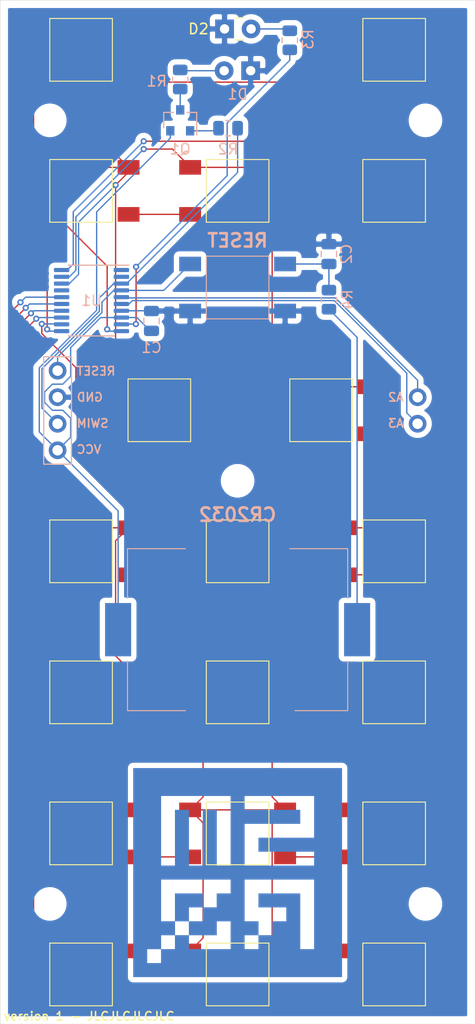
<source format=kicad_pcb>
(kicad_pcb (version 20171130) (host pcbnew "(5.1.9)-1")

  (general
    (thickness 1.6002)
    (drawings 12)
    (tracks 252)
    (zones 0)
    (modules 39)
    (nets 25)
  )

  (page USLetter)
  (title_block
    (rev 1)
  )

  (layers
    (0 Front signal)
    (31 Back signal)
    (34 B.Paste user hide)
    (35 F.Paste user hide)
    (36 B.SilkS user)
    (37 F.SilkS user)
    (38 B.Mask user)
    (39 F.Mask user)
    (44 Edge.Cuts user)
    (45 Margin user hide)
    (46 B.CrtYd user hide)
    (47 F.CrtYd user hide)
  )

  (setup
    (last_trace_width 0.127)
    (user_trace_width 0.15)
    (user_trace_width 0.2)
    (user_trace_width 0.4)
    (user_trace_width 0.6)
    (trace_clearance 0.127)
    (zone_clearance 0)
    (zone_45_only no)
    (trace_min 0.127)
    (via_size 0.6)
    (via_drill 0.3)
    (via_min_size 0.6)
    (via_min_drill 0.3)
    (user_via 0.6 0.3)
    (user_via 0.9 0.4)
    (uvia_size 0.6858)
    (uvia_drill 0.3302)
    (uvias_allowed no)
    (uvia_min_size 0)
    (uvia_min_drill 0)
    (edge_width 0.0381)
    (segment_width 0.254)
    (pcb_text_width 0.3048)
    (pcb_text_size 1.524 1.524)
    (mod_edge_width 0.1524)
    (mod_text_size 0.8128 0.8128)
    (mod_text_width 0.1524)
    (pad_size 17.8 17.8)
    (pad_drill 0)
    (pad_to_mask_clearance 0)
    (aux_axis_origin 124.75 49.75)
    (visible_elements 7FFFF77F)
    (pcbplotparams
      (layerselection 0x010f0_ffffffff)
      (usegerberextensions false)
      (usegerberattributes false)
      (usegerberadvancedattributes false)
      (creategerberjobfile false)
      (excludeedgelayer true)
      (linewidth 0.152400)
      (plotframeref false)
      (viasonmask false)
      (mode 1)
      (useauxorigin false)
      (hpglpennumber 1)
      (hpglpenspeed 20)
      (hpglpendiameter 15.000000)
      (psnegative false)
      (psa4output false)
      (plotreference true)
      (plotvalue false)
      (plotinvisibletext false)
      (padsonsilk false)
      (subtractmaskfromsilk true)
      (outputformat 1)
      (mirror false)
      (drillshape 0)
      (scaleselection 1)
      (outputdirectory "./gerbers"))
  )

  (net 0 "")
  (net 1 GND)
  (net 2 VCC)
  (net 3 /RESET)
  (net 4 "Net-(D1-Pad2)")
  (net 5 "Net-(D2-Pad2)")
  (net 6 /SWIM)
  (net 7 "Net-(Q1-Pad3)")
  (net 8 "Net-(Q1-Pad1)")
  (net 9 /ROW0)
  (net 10 /COL0)
  (net 11 /COL1)
  (net 12 /COL2)
  (net 13 /ROW1)
  (net 14 /ROW2)
  (net 15 /ROW3)
  (net 16 /ROW4)
  (net 17 /ROW5)
  (net 18 "Net-(U1-Pad17)")
  (net 19 "Net-(U1-Pad2)")
  (net 20 "Net-(U1-Pad1)")
  (net 21 /ROW6)
  (net 22 /LED)
  (net 23 /A3)
  (net 24 /A2)

  (net_class Default "This is the default net class."
    (clearance 0.127)
    (trace_width 0.127)
    (via_dia 0.6)
    (via_drill 0.3)
    (uvia_dia 0.6858)
    (uvia_drill 0.3302)
    (diff_pair_width 0.1524)
    (diff_pair_gap 0.254)
    (add_net /A2)
    (add_net /A3)
    (add_net /COL0)
    (add_net /COL1)
    (add_net /COL2)
    (add_net /LED)
    (add_net /RESET)
    (add_net /ROW0)
    (add_net /ROW1)
    (add_net /ROW2)
    (add_net /ROW3)
    (add_net /ROW4)
    (add_net /ROW5)
    (add_net /ROW6)
    (add_net /SWIM)
    (add_net GND)
    (add_net "Net-(D1-Pad2)")
    (add_net "Net-(D2-Pad2)")
    (add_net "Net-(Q1-Pad1)")
    (add_net "Net-(Q1-Pad3)")
    (add_net "Net-(U1-Pad1)")
    (add_net "Net-(U1-Pad17)")
    (add_net "Net-(U1-Pad2)")
    (add_net VCC)
  )

  (module Local:LL3301NF065QG (layer Back) (tedit 6099AA00) (tstamp 6093DD10)
    (at 147.5 77.25)
    (descr LL3301NF065QG)
    (tags Switch)
    (path /60A9B7A8)
    (attr smd)
    (fp_text reference SW22 (at -0.3 0) (layer B.SilkS) hide
      (effects (font (size 1.27 1.27) (thickness 0.254)) (justify mirror))
    )
    (fp_text value SW_SPST (at -0.3 0) (layer B.SilkS) hide
      (effects (font (size 1.27 1.27) (thickness 0.254)) (justify mirror))
    )
    (fp_text user %R (at -0.3 0) (layer B.Fab)
      (effects (font (size 1.27 1.27) (thickness 0.254)) (justify mirror))
    )
    (fp_line (start -7.2 -4) (end -7.2 4) (layer B.CrtYd) (width 0.1))
    (fp_line (start 6.6 -4) (end -7.2 -4) (layer B.CrtYd) (width 0.1))
    (fp_line (start 6.6 4) (end 6.6 -4) (layer B.CrtYd) (width 0.1))
    (fp_line (start -7.2 4) (end 6.6 4) (layer B.CrtYd) (width 0.1))
    (fp_line (start -3 -3) (end -3 3) (layer B.SilkS) (width 0.1))
    (fp_line (start 3 -3) (end -3 -3) (layer B.SilkS) (width 0.1))
    (fp_line (start 3 3) (end 3 -3) (layer B.SilkS) (width 0.1))
    (fp_line (start -3 3) (end 3 3) (layer B.SilkS) (width 0.1))
    (fp_line (start -3 -3) (end -3 3) (layer B.Fab) (width 0.2))
    (fp_line (start 3 -3) (end -3 -3) (layer B.Fab) (width 0.2))
    (fp_line (start 3 3) (end 3 -3) (layer B.Fab) (width 0.2))
    (fp_line (start -3 3) (end 3 3) (layer B.Fab) (width 0.2))
    (pad 2 smd rect (at 4.55 -2.25 270) (size 1.4 2.1) (layers Back B.Paste B.Mask)
      (net 3 /RESET))
    (pad 2 smd rect (at -4.55 -2.25 270) (size 1.4 2.1) (layers Back B.Paste B.Mask)
      (net 3 /RESET))
    (pad 1 smd rect (at 4.55 2.25 270) (size 1.4 2.1) (layers Back B.Paste B.Mask)
      (net 1 GND))
    (pad 1 smd rect (at -4.55 2.25 270) (size 1.4 2.1) (layers Back B.Paste B.Mask)
      (net 1 GND))
  )

  (module Local:LL3301NF065QG (layer Front) (tedit 6099AA00) (tstamp 6092FB5F)
    (at 162.5 54.5)
    (descr LL3301NF065QG)
    (tags Switch)
    (path /60924C0C)
    (attr smd)
    (fp_text reference SW3 (at -0.3 0) (layer F.SilkS) hide
      (effects (font (size 1.27 1.27) (thickness 0.254)))
    )
    (fp_text value SW_SPST (at -0.3 0) (layer F.SilkS) hide
      (effects (font (size 1.27 1.27) (thickness 0.254)))
    )
    (fp_text user %R (at -0.3 0) (layer F.Fab)
      (effects (font (size 1.27 1.27) (thickness 0.254)))
    )
    (fp_line (start -7.2 4) (end -7.2 -4) (layer F.CrtYd) (width 0.1))
    (fp_line (start 6.6 4) (end -7.2 4) (layer F.CrtYd) (width 0.1))
    (fp_line (start 6.6 -4) (end 6.6 4) (layer F.CrtYd) (width 0.1))
    (fp_line (start -7.2 -4) (end 6.6 -4) (layer F.CrtYd) (width 0.1))
    (fp_line (start -3 3) (end -3 -3) (layer F.SilkS) (width 0.1))
    (fp_line (start 3 3) (end -3 3) (layer F.SilkS) (width 0.1))
    (fp_line (start 3 -3) (end 3 3) (layer F.SilkS) (width 0.1))
    (fp_line (start -3 -3) (end 3 -3) (layer F.SilkS) (width 0.1))
    (fp_line (start -3 3) (end -3 -3) (layer F.Fab) (width 0.2))
    (fp_line (start 3 3) (end -3 3) (layer F.Fab) (width 0.2))
    (fp_line (start 3 -3) (end 3 3) (layer F.Fab) (width 0.2))
    (fp_line (start -3 -3) (end 3 -3) (layer F.Fab) (width 0.2))
    (pad 2 smd rect (at 4.55 2.25 90) (size 1.4 2.1) (layers Front F.Paste F.Mask)
      (net 9 /ROW0))
    (pad 2 smd rect (at -4.55 2.25 90) (size 1.4 2.1) (layers Front F.Paste F.Mask)
      (net 9 /ROW0))
    (pad 1 smd rect (at 4.55 -2.25 90) (size 1.4 2.1) (layers Front F.Paste F.Mask)
      (net 12 /COL2))
    (pad 1 smd rect (at -4.55 -2.25 90) (size 1.4 2.1) (layers Front F.Paste F.Mask)
      (net 12 /COL2))
  )

  (module Local:LL3301NF065QG (layer Front) (tedit 6099AA00) (tstamp 6099B1B0)
    (at 162.5 143)
    (descr LL3301NF065QG)
    (tags Switch)
    (path /6099D9EA)
    (attr smd)
    (fp_text reference SW21 (at -0.3 0) (layer F.SilkS) hide
      (effects (font (size 1.27 1.27) (thickness 0.254)))
    )
    (fp_text value SW_SPST (at -0.3 0) (layer F.SilkS) hide
      (effects (font (size 1.27 1.27) (thickness 0.254)))
    )
    (fp_text user %R (at -0.3 0) (layer F.Fab)
      (effects (font (size 1.27 1.27) (thickness 0.254)))
    )
    (fp_line (start -7.2 4) (end -7.2 -4) (layer F.CrtYd) (width 0.1))
    (fp_line (start 6.6 4) (end -7.2 4) (layer F.CrtYd) (width 0.1))
    (fp_line (start 6.6 -4) (end 6.6 4) (layer F.CrtYd) (width 0.1))
    (fp_line (start -7.2 -4) (end 6.6 -4) (layer F.CrtYd) (width 0.1))
    (fp_line (start -3 3) (end -3 -3) (layer F.SilkS) (width 0.1))
    (fp_line (start 3 3) (end -3 3) (layer F.SilkS) (width 0.1))
    (fp_line (start 3 -3) (end 3 3) (layer F.SilkS) (width 0.1))
    (fp_line (start -3 -3) (end 3 -3) (layer F.SilkS) (width 0.1))
    (fp_line (start -3 3) (end -3 -3) (layer F.Fab) (width 0.2))
    (fp_line (start 3 3) (end -3 3) (layer F.Fab) (width 0.2))
    (fp_line (start 3 -3) (end 3 3) (layer F.Fab) (width 0.2))
    (fp_line (start -3 -3) (end 3 -3) (layer F.Fab) (width 0.2))
    (pad 2 smd rect (at 4.55 2.25 90) (size 1.4 2.1) (layers Front F.Paste F.Mask)
      (net 21 /ROW6))
    (pad 2 smd rect (at -4.55 2.25 90) (size 1.4 2.1) (layers Front F.Paste F.Mask)
      (net 21 /ROW6))
    (pad 1 smd rect (at 4.55 -2.25 90) (size 1.4 2.1) (layers Front F.Paste F.Mask)
      (net 12 /COL2))
    (pad 1 smd rect (at -4.55 -2.25 90) (size 1.4 2.1) (layers Front F.Paste F.Mask)
      (net 12 /COL2))
  )

  (module Local:LL3301NF065QG (layer Front) (tedit 6099AA00) (tstamp 6099B197)
    (at 147.5 143)
    (descr LL3301NF065QG)
    (tags Switch)
    (path /6099D9E0)
    (attr smd)
    (fp_text reference SW20 (at -0.3 0) (layer F.SilkS) hide
      (effects (font (size 1.27 1.27) (thickness 0.254)))
    )
    (fp_text value SW_SPST (at -0.3 0) (layer F.SilkS) hide
      (effects (font (size 1.27 1.27) (thickness 0.254)))
    )
    (fp_text user %R (at -0.3 0) (layer F.Fab)
      (effects (font (size 1.27 1.27) (thickness 0.254)))
    )
    (fp_line (start -7.2 4) (end -7.2 -4) (layer F.CrtYd) (width 0.1))
    (fp_line (start 6.6 4) (end -7.2 4) (layer F.CrtYd) (width 0.1))
    (fp_line (start 6.6 -4) (end 6.6 4) (layer F.CrtYd) (width 0.1))
    (fp_line (start -7.2 -4) (end 6.6 -4) (layer F.CrtYd) (width 0.1))
    (fp_line (start -3 3) (end -3 -3) (layer F.SilkS) (width 0.1))
    (fp_line (start 3 3) (end -3 3) (layer F.SilkS) (width 0.1))
    (fp_line (start 3 -3) (end 3 3) (layer F.SilkS) (width 0.1))
    (fp_line (start -3 -3) (end 3 -3) (layer F.SilkS) (width 0.1))
    (fp_line (start -3 3) (end -3 -3) (layer F.Fab) (width 0.2))
    (fp_line (start 3 3) (end -3 3) (layer F.Fab) (width 0.2))
    (fp_line (start 3 -3) (end 3 3) (layer F.Fab) (width 0.2))
    (fp_line (start -3 -3) (end 3 -3) (layer F.Fab) (width 0.2))
    (pad 2 smd rect (at 4.55 2.25 90) (size 1.4 2.1) (layers Front F.Paste F.Mask)
      (net 21 /ROW6))
    (pad 2 smd rect (at -4.55 2.25 90) (size 1.4 2.1) (layers Front F.Paste F.Mask)
      (net 21 /ROW6))
    (pad 1 smd rect (at 4.55 -2.25 90) (size 1.4 2.1) (layers Front F.Paste F.Mask)
      (net 11 /COL1))
    (pad 1 smd rect (at -4.55 -2.25 90) (size 1.4 2.1) (layers Front F.Paste F.Mask)
      (net 11 /COL1))
  )

  (module Local:LL3301NF065QG (layer Front) (tedit 6099AA00) (tstamp 6099B17E)
    (at 132.5 143)
    (descr LL3301NF065QG)
    (tags Switch)
    (path /6099D9C6)
    (attr smd)
    (fp_text reference SW19 (at -0.3 0) (layer F.SilkS) hide
      (effects (font (size 1.27 1.27) (thickness 0.254)))
    )
    (fp_text value SW_SPST (at -0.3 0) (layer F.SilkS) hide
      (effects (font (size 1.27 1.27) (thickness 0.254)))
    )
    (fp_text user %R (at -0.3 0) (layer F.Fab)
      (effects (font (size 1.27 1.27) (thickness 0.254)))
    )
    (fp_line (start -7.2 4) (end -7.2 -4) (layer F.CrtYd) (width 0.1))
    (fp_line (start 6.6 4) (end -7.2 4) (layer F.CrtYd) (width 0.1))
    (fp_line (start 6.6 -4) (end 6.6 4) (layer F.CrtYd) (width 0.1))
    (fp_line (start -7.2 -4) (end 6.6 -4) (layer F.CrtYd) (width 0.1))
    (fp_line (start -3 3) (end -3 -3) (layer F.SilkS) (width 0.1))
    (fp_line (start 3 3) (end -3 3) (layer F.SilkS) (width 0.1))
    (fp_line (start 3 -3) (end 3 3) (layer F.SilkS) (width 0.1))
    (fp_line (start -3 -3) (end 3 -3) (layer F.SilkS) (width 0.1))
    (fp_line (start -3 3) (end -3 -3) (layer F.Fab) (width 0.2))
    (fp_line (start 3 3) (end -3 3) (layer F.Fab) (width 0.2))
    (fp_line (start 3 -3) (end 3 3) (layer F.Fab) (width 0.2))
    (fp_line (start -3 -3) (end 3 -3) (layer F.Fab) (width 0.2))
    (pad 2 smd rect (at 4.55 2.25 90) (size 1.4 2.1) (layers Front F.Paste F.Mask)
      (net 21 /ROW6))
    (pad 2 smd rect (at -4.55 2.25 90) (size 1.4 2.1) (layers Front F.Paste F.Mask)
      (net 21 /ROW6))
    (pad 1 smd rect (at 4.55 -2.25 90) (size 1.4 2.1) (layers Front F.Paste F.Mask)
      (net 10 /COL0))
    (pad 1 smd rect (at -4.55 -2.25 90) (size 1.4 2.1) (layers Front F.Paste F.Mask)
      (net 10 /COL0))
  )

  (module Local:LL3301NF065QG locked (layer Front) (tedit 6099AA00) (tstamp 609320D8)
    (at 132.5 54.5)
    (descr LL3301NF065QG)
    (tags Switch)
    (path /609238C8)
    (attr smd)
    (fp_text reference SW1 (at -0.3 0) (layer F.SilkS) hide
      (effects (font (size 1.27 1.27) (thickness 0.254)))
    )
    (fp_text value SW_SPST (at -0.3 0) (layer F.SilkS) hide
      (effects (font (size 1.27 1.27) (thickness 0.254)))
    )
    (fp_text user %R (at -0.3 0) (layer F.Fab)
      (effects (font (size 1.27 1.27) (thickness 0.254)))
    )
    (fp_line (start -7.2 4) (end -7.2 -4) (layer F.CrtYd) (width 0.1))
    (fp_line (start 6.6 4) (end -7.2 4) (layer F.CrtYd) (width 0.1))
    (fp_line (start 6.6 -4) (end 6.6 4) (layer F.CrtYd) (width 0.1))
    (fp_line (start -7.2 -4) (end 6.6 -4) (layer F.CrtYd) (width 0.1))
    (fp_line (start -3 3) (end -3 -3) (layer F.SilkS) (width 0.1))
    (fp_line (start 3 3) (end -3 3) (layer F.SilkS) (width 0.1))
    (fp_line (start 3 -3) (end 3 3) (layer F.SilkS) (width 0.1))
    (fp_line (start -3 -3) (end 3 -3) (layer F.SilkS) (width 0.1))
    (fp_line (start -3 3) (end -3 -3) (layer F.Fab) (width 0.2))
    (fp_line (start 3 3) (end -3 3) (layer F.Fab) (width 0.2))
    (fp_line (start 3 -3) (end 3 3) (layer F.Fab) (width 0.2))
    (fp_line (start -3 -3) (end 3 -3) (layer F.Fab) (width 0.2))
    (pad 2 smd rect (at 4.55 2.25 90) (size 1.4 2.1) (layers Front F.Paste F.Mask)
      (net 9 /ROW0))
    (pad 2 smd rect (at -4.55 2.25 90) (size 1.4 2.1) (layers Front F.Paste F.Mask)
      (net 9 /ROW0))
    (pad 1 smd rect (at 4.55 -2.25 90) (size 1.4 2.1) (layers Front F.Paste F.Mask)
      (net 10 /COL0))
    (pad 1 smd rect (at -4.55 -2.25 90) (size 1.4 2.1) (layers Front F.Paste F.Mask)
      (net 10 /COL0))
  )

  (module Local:LL3301NF065QG locked (layer Front) (tedit 6099AA00) (tstamp 6099B7B9)
    (at 132.5 102.5)
    (descr LL3301NF065QG)
    (tags Switch)
    (path /60925C15)
    (attr smd)
    (fp_text reference SW10 (at -0.3 0) (layer F.SilkS) hide
      (effects (font (size 1.27 1.27) (thickness 0.254)))
    )
    (fp_text value SW_SPST (at -0.3 0) (layer F.SilkS) hide
      (effects (font (size 1.27 1.27) (thickness 0.254)))
    )
    (fp_text user %R (at -0.3 0) (layer F.Fab)
      (effects (font (size 1.27 1.27) (thickness 0.254)))
    )
    (fp_line (start -7.2 4) (end -7.2 -4) (layer F.CrtYd) (width 0.1))
    (fp_line (start 6.6 4) (end -7.2 4) (layer F.CrtYd) (width 0.1))
    (fp_line (start 6.6 -4) (end 6.6 4) (layer F.CrtYd) (width 0.1))
    (fp_line (start -7.2 -4) (end 6.6 -4) (layer F.CrtYd) (width 0.1))
    (fp_line (start -3 3) (end -3 -3) (layer F.SilkS) (width 0.1))
    (fp_line (start 3 3) (end -3 3) (layer F.SilkS) (width 0.1))
    (fp_line (start 3 -3) (end 3 3) (layer F.SilkS) (width 0.1))
    (fp_line (start -3 -3) (end 3 -3) (layer F.SilkS) (width 0.1))
    (fp_line (start -3 3) (end -3 -3) (layer F.Fab) (width 0.2))
    (fp_line (start 3 3) (end -3 3) (layer F.Fab) (width 0.2))
    (fp_line (start 3 -3) (end 3 3) (layer F.Fab) (width 0.2))
    (fp_line (start -3 -3) (end 3 -3) (layer F.Fab) (width 0.2))
    (pad 2 smd rect (at 4.55 2.25 90) (size 1.4 2.1) (layers Front F.Paste F.Mask)
      (net 15 /ROW3))
    (pad 2 smd rect (at -4.55 2.25 90) (size 1.4 2.1) (layers Front F.Paste F.Mask)
      (net 15 /ROW3))
    (pad 1 smd rect (at 4.55 -2.25 90) (size 1.4 2.1) (layers Front F.Paste F.Mask)
      (net 10 /COL0))
    (pad 1 smd rect (at -4.55 -2.25 90) (size 1.4 2.1) (layers Front F.Paste F.Mask)
      (net 10 /COL0))
  )

  (module Local:LL3301NF065QG (layer Front) (tedit 6099AA00) (tstamp 6099B849)
    (at 140 89)
    (descr LL3301NF065QG)
    (tags Switch)
    (path /60925950)
    (attr smd)
    (fp_text reference SW7 (at -0.3 0) (layer F.SilkS) hide
      (effects (font (size 1.27 1.27) (thickness 0.254)))
    )
    (fp_text value SW_SPST (at -0.3 0) (layer F.SilkS) hide
      (effects (font (size 1.27 1.27) (thickness 0.254)))
    )
    (fp_text user %R (at -0.3 0) (layer F.Fab)
      (effects (font (size 1.27 1.27) (thickness 0.254)))
    )
    (fp_line (start -7.2 4) (end -7.2 -4) (layer F.CrtYd) (width 0.1))
    (fp_line (start 6.6 4) (end -7.2 4) (layer F.CrtYd) (width 0.1))
    (fp_line (start 6.6 -4) (end 6.6 4) (layer F.CrtYd) (width 0.1))
    (fp_line (start -7.2 -4) (end 6.6 -4) (layer F.CrtYd) (width 0.1))
    (fp_line (start -3 3) (end -3 -3) (layer F.SilkS) (width 0.1))
    (fp_line (start 3 3) (end -3 3) (layer F.SilkS) (width 0.1))
    (fp_line (start 3 -3) (end 3 3) (layer F.SilkS) (width 0.1))
    (fp_line (start -3 -3) (end 3 -3) (layer F.SilkS) (width 0.1))
    (fp_line (start -3 3) (end -3 -3) (layer F.Fab) (width 0.2))
    (fp_line (start 3 3) (end -3 3) (layer F.Fab) (width 0.2))
    (fp_line (start 3 -3) (end 3 3) (layer F.Fab) (width 0.2))
    (fp_line (start -3 -3) (end 3 -3) (layer F.Fab) (width 0.2))
    (pad 2 smd rect (at 4.55 2.25 90) (size 1.4 2.1) (layers Front F.Paste F.Mask)
      (net 14 /ROW2))
    (pad 2 smd rect (at -4.55 2.25 90) (size 1.4 2.1) (layers Front F.Paste F.Mask)
      (net 14 /ROW2))
    (pad 1 smd rect (at 4.55 -2.25 90) (size 1.4 2.1) (layers Front F.Paste F.Mask)
      (net 10 /COL0))
    (pad 1 smd rect (at -4.55 -2.25 90) (size 1.4 2.1) (layers Front F.Paste F.Mask)
      (net 10 /COL0))
  )

  (module Local:LL3301NF065QG (layer Front) (tedit 6099AA00) (tstamp 6099B891)
    (at 155.5 89)
    (descr LL3301NF065QG)
    (tags Switch)
    (path /6092ECD7)
    (attr smd)
    (fp_text reference SW8 (at -0.3 0) (layer F.SilkS) hide
      (effects (font (size 1.27 1.27) (thickness 0.254)))
    )
    (fp_text value SW_SPST (at -0.3 0) (layer F.SilkS) hide
      (effects (font (size 1.27 1.27) (thickness 0.254)))
    )
    (fp_text user %R (at -0.3 0) (layer F.Fab)
      (effects (font (size 1.27 1.27) (thickness 0.254)))
    )
    (fp_line (start -7.2 4) (end -7.2 -4) (layer F.CrtYd) (width 0.1))
    (fp_line (start 6.6 4) (end -7.2 4) (layer F.CrtYd) (width 0.1))
    (fp_line (start 6.6 -4) (end 6.6 4) (layer F.CrtYd) (width 0.1))
    (fp_line (start -7.2 -4) (end 6.6 -4) (layer F.CrtYd) (width 0.1))
    (fp_line (start -3 3) (end -3 -3) (layer F.SilkS) (width 0.1))
    (fp_line (start 3 3) (end -3 3) (layer F.SilkS) (width 0.1))
    (fp_line (start 3 -3) (end 3 3) (layer F.SilkS) (width 0.1))
    (fp_line (start -3 -3) (end 3 -3) (layer F.SilkS) (width 0.1))
    (fp_line (start -3 3) (end -3 -3) (layer F.Fab) (width 0.2))
    (fp_line (start 3 3) (end -3 3) (layer F.Fab) (width 0.2))
    (fp_line (start 3 -3) (end 3 3) (layer F.Fab) (width 0.2))
    (fp_line (start -3 -3) (end 3 -3) (layer F.Fab) (width 0.2))
    (pad 2 smd rect (at 4.55 2.25 90) (size 1.4 2.1) (layers Front F.Paste F.Mask)
      (net 14 /ROW2))
    (pad 2 smd rect (at -4.55 2.25 90) (size 1.4 2.1) (layers Front F.Paste F.Mask)
      (net 14 /ROW2))
    (pad 1 smd rect (at 4.55 -2.25 90) (size 1.4 2.1) (layers Front F.Paste F.Mask)
      (net 11 /COL1))
    (pad 1 smd rect (at -4.55 -2.25 90) (size 1.4 2.1) (layers Front F.Paste F.Mask)
      (net 11 /COL1))
  )

  (module Local:LL3301NF065QG locked (layer Front) (tedit 6099AA00) (tstamp 6099B8D9)
    (at 147.5 102.5)
    (descr LL3301NF065QG)
    (tags Switch)
    (path /6092ECDD)
    (attr smd)
    (fp_text reference SW11 (at -0.3 0) (layer F.SilkS) hide
      (effects (font (size 1.27 1.27) (thickness 0.254)))
    )
    (fp_text value SW_SPST (at -0.3 0) (layer F.SilkS) hide
      (effects (font (size 1.27 1.27) (thickness 0.254)))
    )
    (fp_text user %R (at -0.3 0) (layer F.Fab)
      (effects (font (size 1.27 1.27) (thickness 0.254)))
    )
    (fp_line (start -7.2 4) (end -7.2 -4) (layer F.CrtYd) (width 0.1))
    (fp_line (start 6.6 4) (end -7.2 4) (layer F.CrtYd) (width 0.1))
    (fp_line (start 6.6 -4) (end 6.6 4) (layer F.CrtYd) (width 0.1))
    (fp_line (start -7.2 -4) (end 6.6 -4) (layer F.CrtYd) (width 0.1))
    (fp_line (start -3 3) (end -3 -3) (layer F.SilkS) (width 0.1))
    (fp_line (start 3 3) (end -3 3) (layer F.SilkS) (width 0.1))
    (fp_line (start 3 -3) (end 3 3) (layer F.SilkS) (width 0.1))
    (fp_line (start -3 -3) (end 3 -3) (layer F.SilkS) (width 0.1))
    (fp_line (start -3 3) (end -3 -3) (layer F.Fab) (width 0.2))
    (fp_line (start 3 3) (end -3 3) (layer F.Fab) (width 0.2))
    (fp_line (start 3 -3) (end 3 3) (layer F.Fab) (width 0.2))
    (fp_line (start -3 -3) (end 3 -3) (layer F.Fab) (width 0.2))
    (pad 2 smd rect (at 4.55 2.25 90) (size 1.4 2.1) (layers Front F.Paste F.Mask)
      (net 15 /ROW3))
    (pad 2 smd rect (at -4.55 2.25 90) (size 1.4 2.1) (layers Front F.Paste F.Mask)
      (net 15 /ROW3))
    (pad 1 smd rect (at 4.55 -2.25 90) (size 1.4 2.1) (layers Front F.Paste F.Mask)
      (net 11 /COL1))
    (pad 1 smd rect (at -4.55 -2.25 90) (size 1.4 2.1) (layers Front F.Paste F.Mask)
      (net 11 /COL1))
  )

  (module Local:LL3301NF065QG locked (layer Front) (tedit 6099AA00) (tstamp 6099B801)
    (at 162.5 129.5)
    (descr LL3301NF065QG)
    (tags Switch)
    (path /60A98092)
    (attr smd)
    (fp_text reference SW18 (at -0.3 0) (layer F.SilkS) hide
      (effects (font (size 1.27 1.27) (thickness 0.254)))
    )
    (fp_text value SW_SPST (at -0.3 0) (layer F.SilkS) hide
      (effects (font (size 1.27 1.27) (thickness 0.254)))
    )
    (fp_text user %R (at -0.3 0) (layer F.Fab)
      (effects (font (size 1.27 1.27) (thickness 0.254)))
    )
    (fp_line (start -7.2 4) (end -7.2 -4) (layer F.CrtYd) (width 0.1))
    (fp_line (start 6.6 4) (end -7.2 4) (layer F.CrtYd) (width 0.1))
    (fp_line (start 6.6 -4) (end 6.6 4) (layer F.CrtYd) (width 0.1))
    (fp_line (start -7.2 -4) (end 6.6 -4) (layer F.CrtYd) (width 0.1))
    (fp_line (start -3 3) (end -3 -3) (layer F.SilkS) (width 0.1))
    (fp_line (start 3 3) (end -3 3) (layer F.SilkS) (width 0.1))
    (fp_line (start 3 -3) (end 3 3) (layer F.SilkS) (width 0.1))
    (fp_line (start -3 -3) (end 3 -3) (layer F.SilkS) (width 0.1))
    (fp_line (start -3 3) (end -3 -3) (layer F.Fab) (width 0.2))
    (fp_line (start 3 3) (end -3 3) (layer F.Fab) (width 0.2))
    (fp_line (start 3 -3) (end 3 3) (layer F.Fab) (width 0.2))
    (fp_line (start -3 -3) (end 3 -3) (layer F.Fab) (width 0.2))
    (pad 2 smd rect (at 4.55 2.25 90) (size 1.4 2.1) (layers Front F.Paste F.Mask)
      (net 17 /ROW5))
    (pad 2 smd rect (at -4.55 2.25 90) (size 1.4 2.1) (layers Front F.Paste F.Mask)
      (net 17 /ROW5))
    (pad 1 smd rect (at 4.55 -2.25 90) (size 1.4 2.1) (layers Front F.Paste F.Mask)
      (net 12 /COL2))
    (pad 1 smd rect (at -4.55 -2.25 90) (size 1.4 2.1) (layers Front F.Paste F.Mask)
      (net 12 /COL2))
  )

  (module Local:LL3301NF065QG locked (layer Front) (tedit 6099AA00) (tstamp 6099B609)
    (at 162.5 102.5)
    (descr LL3301NF065QG)
    (tags Switch)
    (path /6092ECF5)
    (attr smd)
    (fp_text reference SW12 (at -0.3 0) (layer F.SilkS) hide
      (effects (font (size 1.27 1.27) (thickness 0.254)))
    )
    (fp_text value SW_SPST (at -0.3 0) (layer F.SilkS) hide
      (effects (font (size 1.27 1.27) (thickness 0.254)))
    )
    (fp_text user %R (at -0.3 0) (layer F.Fab)
      (effects (font (size 1.27 1.27) (thickness 0.254)))
    )
    (fp_line (start -7.2 4) (end -7.2 -4) (layer F.CrtYd) (width 0.1))
    (fp_line (start 6.6 4) (end -7.2 4) (layer F.CrtYd) (width 0.1))
    (fp_line (start 6.6 -4) (end 6.6 4) (layer F.CrtYd) (width 0.1))
    (fp_line (start -7.2 -4) (end 6.6 -4) (layer F.CrtYd) (width 0.1))
    (fp_line (start -3 3) (end -3 -3) (layer F.SilkS) (width 0.1))
    (fp_line (start 3 3) (end -3 3) (layer F.SilkS) (width 0.1))
    (fp_line (start 3 -3) (end 3 3) (layer F.SilkS) (width 0.1))
    (fp_line (start -3 -3) (end 3 -3) (layer F.SilkS) (width 0.1))
    (fp_line (start -3 3) (end -3 -3) (layer F.Fab) (width 0.2))
    (fp_line (start 3 3) (end -3 3) (layer F.Fab) (width 0.2))
    (fp_line (start 3 -3) (end 3 3) (layer F.Fab) (width 0.2))
    (fp_line (start -3 -3) (end 3 -3) (layer F.Fab) (width 0.2))
    (pad 2 smd rect (at 4.55 2.25 90) (size 1.4 2.1) (layers Front F.Paste F.Mask)
      (net 15 /ROW3))
    (pad 2 smd rect (at -4.55 2.25 90) (size 1.4 2.1) (layers Front F.Paste F.Mask)
      (net 15 /ROW3))
    (pad 1 smd rect (at 4.55 -2.25 90) (size 1.4 2.1) (layers Front F.Paste F.Mask)
      (net 12 /COL2))
    (pad 1 smd rect (at -4.55 -2.25 90) (size 1.4 2.1) (layers Front F.Paste F.Mask)
      (net 12 /COL2))
  )

  (module Local:LL3301NF065QG locked (layer Front) (tedit 6099AA00) (tstamp 6099B34F)
    (at 132.5 68)
    (descr LL3301NF065QG)
    (tags Switch)
    (path /60924F9E)
    (attr smd)
    (fp_text reference SW4 (at -0.3 0) (layer F.SilkS) hide
      (effects (font (size 1.27 1.27) (thickness 0.254)))
    )
    (fp_text value SW_SPST (at -0.3 0) (layer F.SilkS) hide
      (effects (font (size 1.27 1.27) (thickness 0.254)))
    )
    (fp_text user %R (at -0.3 0) (layer F.Fab)
      (effects (font (size 1.27 1.27) (thickness 0.254)))
    )
    (fp_line (start -7.2 4) (end -7.2 -4) (layer F.CrtYd) (width 0.1))
    (fp_line (start 6.6 4) (end -7.2 4) (layer F.CrtYd) (width 0.1))
    (fp_line (start 6.6 -4) (end 6.6 4) (layer F.CrtYd) (width 0.1))
    (fp_line (start -7.2 -4) (end 6.6 -4) (layer F.CrtYd) (width 0.1))
    (fp_line (start -3 3) (end -3 -3) (layer F.SilkS) (width 0.1))
    (fp_line (start 3 3) (end -3 3) (layer F.SilkS) (width 0.1))
    (fp_line (start 3 -3) (end 3 3) (layer F.SilkS) (width 0.1))
    (fp_line (start -3 -3) (end 3 -3) (layer F.SilkS) (width 0.1))
    (fp_line (start -3 3) (end -3 -3) (layer F.Fab) (width 0.2))
    (fp_line (start 3 3) (end -3 3) (layer F.Fab) (width 0.2))
    (fp_line (start 3 -3) (end 3 3) (layer F.Fab) (width 0.2))
    (fp_line (start -3 -3) (end 3 -3) (layer F.Fab) (width 0.2))
    (pad 2 smd rect (at 4.55 2.25 90) (size 1.4 2.1) (layers Front F.Paste F.Mask)
      (net 13 /ROW1))
    (pad 2 smd rect (at -4.55 2.25 90) (size 1.4 2.1) (layers Front F.Paste F.Mask)
      (net 13 /ROW1))
    (pad 1 smd rect (at 4.55 -2.25 90) (size 1.4 2.1) (layers Front F.Paste F.Mask)
      (net 10 /COL0))
    (pad 1 smd rect (at -4.55 -2.25 90) (size 1.4 2.1) (layers Front F.Paste F.Mask)
      (net 10 /COL0))
  )

  (module Local:LL3301NF065QG locked (layer Front) (tedit 6099AA00) (tstamp 6099B6E1)
    (at 162.5 116)
    (descr LL3301NF065QG)
    (tags Switch)
    (path /60A97C5E)
    (attr smd)
    (fp_text reference SW15 (at -0.3 0) (layer F.SilkS) hide
      (effects (font (size 1.27 1.27) (thickness 0.254)))
    )
    (fp_text value SW_SPST (at -0.3 0) (layer F.SilkS) hide
      (effects (font (size 1.27 1.27) (thickness 0.254)))
    )
    (fp_text user %R (at -0.3 0) (layer F.Fab)
      (effects (font (size 1.27 1.27) (thickness 0.254)))
    )
    (fp_line (start -7.2 4) (end -7.2 -4) (layer F.CrtYd) (width 0.1))
    (fp_line (start 6.6 4) (end -7.2 4) (layer F.CrtYd) (width 0.1))
    (fp_line (start 6.6 -4) (end 6.6 4) (layer F.CrtYd) (width 0.1))
    (fp_line (start -7.2 -4) (end 6.6 -4) (layer F.CrtYd) (width 0.1))
    (fp_line (start -3 3) (end -3 -3) (layer F.SilkS) (width 0.1))
    (fp_line (start 3 3) (end -3 3) (layer F.SilkS) (width 0.1))
    (fp_line (start 3 -3) (end 3 3) (layer F.SilkS) (width 0.1))
    (fp_line (start -3 -3) (end 3 -3) (layer F.SilkS) (width 0.1))
    (fp_line (start -3 3) (end -3 -3) (layer F.Fab) (width 0.2))
    (fp_line (start 3 3) (end -3 3) (layer F.Fab) (width 0.2))
    (fp_line (start 3 -3) (end 3 3) (layer F.Fab) (width 0.2))
    (fp_line (start -3 -3) (end 3 -3) (layer F.Fab) (width 0.2))
    (pad 2 smd rect (at 4.55 2.25 90) (size 1.4 2.1) (layers Front F.Paste F.Mask)
      (net 16 /ROW4))
    (pad 2 smd rect (at -4.55 2.25 90) (size 1.4 2.1) (layers Front F.Paste F.Mask)
      (net 16 /ROW4))
    (pad 1 smd rect (at 4.55 -2.25 90) (size 1.4 2.1) (layers Front F.Paste F.Mask)
      (net 12 /COL2))
    (pad 1 smd rect (at -4.55 -2.25 90) (size 1.4 2.1) (layers Front F.Paste F.Mask)
      (net 12 /COL2))
  )

  (module Local:LL3301NF065QG locked (layer Front) (tedit 6099AA00) (tstamp 6099B771)
    (at 147.5 129.5)
    (descr LL3301NF065QG)
    (tags Switch)
    (path /6092ECE9)
    (attr smd)
    (fp_text reference SW17 (at -0.3 0) (layer F.SilkS) hide
      (effects (font (size 1.27 1.27) (thickness 0.254)))
    )
    (fp_text value SW_SPST (at -0.3 0) (layer F.SilkS) hide
      (effects (font (size 1.27 1.27) (thickness 0.254)))
    )
    (fp_text user %R (at -0.3 0) (layer F.Fab)
      (effects (font (size 1.27 1.27) (thickness 0.254)))
    )
    (fp_line (start -7.2 4) (end -7.2 -4) (layer F.CrtYd) (width 0.1))
    (fp_line (start 6.6 4) (end -7.2 4) (layer F.CrtYd) (width 0.1))
    (fp_line (start 6.6 -4) (end 6.6 4) (layer F.CrtYd) (width 0.1))
    (fp_line (start -7.2 -4) (end 6.6 -4) (layer F.CrtYd) (width 0.1))
    (fp_line (start -3 3) (end -3 -3) (layer F.SilkS) (width 0.1))
    (fp_line (start 3 3) (end -3 3) (layer F.SilkS) (width 0.1))
    (fp_line (start 3 -3) (end 3 3) (layer F.SilkS) (width 0.1))
    (fp_line (start -3 -3) (end 3 -3) (layer F.SilkS) (width 0.1))
    (fp_line (start -3 3) (end -3 -3) (layer F.Fab) (width 0.2))
    (fp_line (start 3 3) (end -3 3) (layer F.Fab) (width 0.2))
    (fp_line (start 3 -3) (end 3 3) (layer F.Fab) (width 0.2))
    (fp_line (start -3 -3) (end 3 -3) (layer F.Fab) (width 0.2))
    (pad 2 smd rect (at 4.55 2.25 90) (size 1.4 2.1) (layers Front F.Paste F.Mask)
      (net 17 /ROW5))
    (pad 2 smd rect (at -4.55 2.25 90) (size 1.4 2.1) (layers Front F.Paste F.Mask)
      (net 17 /ROW5))
    (pad 1 smd rect (at 4.55 -2.25 90) (size 1.4 2.1) (layers Front F.Paste F.Mask)
      (net 11 /COL1))
    (pad 1 smd rect (at -4.55 -2.25 90) (size 1.4 2.1) (layers Front F.Paste F.Mask)
      (net 11 /COL1))
  )

  (module Local:LL3301NF065QG locked (layer Front) (tedit 6099AA00) (tstamp 6099B921)
    (at 147.5 116)
    (descr LL3301NF065QG)
    (tags Switch)
    (path /6092ECE3)
    (attr smd)
    (fp_text reference SW14 (at -0.3 0) (layer F.SilkS) hide
      (effects (font (size 1.27 1.27) (thickness 0.254)))
    )
    (fp_text value SW_SPST (at -0.3 0) (layer F.SilkS) hide
      (effects (font (size 1.27 1.27) (thickness 0.254)))
    )
    (fp_text user %R (at -0.3 0) (layer F.Fab)
      (effects (font (size 1.27 1.27) (thickness 0.254)))
    )
    (fp_line (start -7.2 4) (end -7.2 -4) (layer F.CrtYd) (width 0.1))
    (fp_line (start 6.6 4) (end -7.2 4) (layer F.CrtYd) (width 0.1))
    (fp_line (start 6.6 -4) (end 6.6 4) (layer F.CrtYd) (width 0.1))
    (fp_line (start -7.2 -4) (end 6.6 -4) (layer F.CrtYd) (width 0.1))
    (fp_line (start -3 3) (end -3 -3) (layer F.SilkS) (width 0.1))
    (fp_line (start 3 3) (end -3 3) (layer F.SilkS) (width 0.1))
    (fp_line (start 3 -3) (end 3 3) (layer F.SilkS) (width 0.1))
    (fp_line (start -3 -3) (end 3 -3) (layer F.SilkS) (width 0.1))
    (fp_line (start -3 3) (end -3 -3) (layer F.Fab) (width 0.2))
    (fp_line (start 3 3) (end -3 3) (layer F.Fab) (width 0.2))
    (fp_line (start 3 -3) (end 3 3) (layer F.Fab) (width 0.2))
    (fp_line (start -3 -3) (end 3 -3) (layer F.Fab) (width 0.2))
    (pad 2 smd rect (at 4.55 2.25 90) (size 1.4 2.1) (layers Front F.Paste F.Mask)
      (net 16 /ROW4))
    (pad 2 smd rect (at -4.55 2.25 90) (size 1.4 2.1) (layers Front F.Paste F.Mask)
      (net 16 /ROW4))
    (pad 1 smd rect (at 4.55 -2.25 90) (size 1.4 2.1) (layers Front F.Paste F.Mask)
      (net 11 /COL1))
    (pad 1 smd rect (at -4.55 -2.25 90) (size 1.4 2.1) (layers Front F.Paste F.Mask)
      (net 11 /COL1))
  )

  (module Local:LL3301NF065QG locked (layer Front) (tedit 6099AA00) (tstamp 6099B729)
    (at 132.5 129.5)
    (descr LL3301NF065QG)
    (tags Switch)
    (path /6092ECD1)
    (attr smd)
    (fp_text reference SW16 (at -0.3 0) (layer F.SilkS) hide
      (effects (font (size 1.27 1.27) (thickness 0.254)))
    )
    (fp_text value SW_SPST (at -0.3 0) (layer F.SilkS) hide
      (effects (font (size 1.27 1.27) (thickness 0.254)))
    )
    (fp_text user %R (at -0.3 0) (layer F.Fab)
      (effects (font (size 1.27 1.27) (thickness 0.254)))
    )
    (fp_line (start -7.2 4) (end -7.2 -4) (layer F.CrtYd) (width 0.1))
    (fp_line (start 6.6 4) (end -7.2 4) (layer F.CrtYd) (width 0.1))
    (fp_line (start 6.6 -4) (end 6.6 4) (layer F.CrtYd) (width 0.1))
    (fp_line (start -7.2 -4) (end 6.6 -4) (layer F.CrtYd) (width 0.1))
    (fp_line (start -3 3) (end -3 -3) (layer F.SilkS) (width 0.1))
    (fp_line (start 3 3) (end -3 3) (layer F.SilkS) (width 0.1))
    (fp_line (start 3 -3) (end 3 3) (layer F.SilkS) (width 0.1))
    (fp_line (start -3 -3) (end 3 -3) (layer F.SilkS) (width 0.1))
    (fp_line (start -3 3) (end -3 -3) (layer F.Fab) (width 0.2))
    (fp_line (start 3 3) (end -3 3) (layer F.Fab) (width 0.2))
    (fp_line (start 3 -3) (end 3 3) (layer F.Fab) (width 0.2))
    (fp_line (start -3 -3) (end 3 -3) (layer F.Fab) (width 0.2))
    (pad 2 smd rect (at 4.55 2.25 90) (size 1.4 2.1) (layers Front F.Paste F.Mask)
      (net 17 /ROW5))
    (pad 2 smd rect (at -4.55 2.25 90) (size 1.4 2.1) (layers Front F.Paste F.Mask)
      (net 17 /ROW5))
    (pad 1 smd rect (at 4.55 -2.25 90) (size 1.4 2.1) (layers Front F.Paste F.Mask)
      (net 10 /COL0))
    (pad 1 smd rect (at -4.55 -2.25 90) (size 1.4 2.1) (layers Front F.Paste F.Mask)
      (net 10 /COL0))
  )

  (module Local:LL3301NF065QG locked (layer Front) (tedit 6099AA00) (tstamp 6099B651)
    (at 132.5 116)
    (descr LL3301NF065QG)
    (tags Switch)
    (path /6092ECCB)
    (attr smd)
    (fp_text reference SW13 (at -0.3 0) (layer F.SilkS) hide
      (effects (font (size 1.27 1.27) (thickness 0.254)))
    )
    (fp_text value SW_SPST (at -0.3 0) (layer F.SilkS) hide
      (effects (font (size 1.27 1.27) (thickness 0.254)))
    )
    (fp_text user %R (at -0.3 0) (layer F.Fab)
      (effects (font (size 1.27 1.27) (thickness 0.254)))
    )
    (fp_line (start -7.2 4) (end -7.2 -4) (layer F.CrtYd) (width 0.1))
    (fp_line (start 6.6 4) (end -7.2 4) (layer F.CrtYd) (width 0.1))
    (fp_line (start 6.6 -4) (end 6.6 4) (layer F.CrtYd) (width 0.1))
    (fp_line (start -7.2 -4) (end 6.6 -4) (layer F.CrtYd) (width 0.1))
    (fp_line (start -3 3) (end -3 -3) (layer F.SilkS) (width 0.1))
    (fp_line (start 3 3) (end -3 3) (layer F.SilkS) (width 0.1))
    (fp_line (start 3 -3) (end 3 3) (layer F.SilkS) (width 0.1))
    (fp_line (start -3 -3) (end 3 -3) (layer F.SilkS) (width 0.1))
    (fp_line (start -3 3) (end -3 -3) (layer F.Fab) (width 0.2))
    (fp_line (start 3 3) (end -3 3) (layer F.Fab) (width 0.2))
    (fp_line (start 3 -3) (end 3 3) (layer F.Fab) (width 0.2))
    (fp_line (start -3 -3) (end 3 -3) (layer F.Fab) (width 0.2))
    (pad 2 smd rect (at 4.55 2.25 90) (size 1.4 2.1) (layers Front F.Paste F.Mask)
      (net 16 /ROW4))
    (pad 2 smd rect (at -4.55 2.25 90) (size 1.4 2.1) (layers Front F.Paste F.Mask)
      (net 16 /ROW4))
    (pad 1 smd rect (at 4.55 -2.25 90) (size 1.4 2.1) (layers Front F.Paste F.Mask)
      (net 10 /COL0))
    (pad 1 smd rect (at -4.55 -2.25 90) (size 1.4 2.1) (layers Front F.Paste F.Mask)
      (net 10 /COL0))
  )

  (module Local:LL3301NF065QG (layer Front) (tedit 6099AA00) (tstamp 60931D18)
    (at 162.5 68)
    (descr LL3301NF065QG)
    (tags Switch)
    (path /60925492)
    (attr smd)
    (fp_text reference SW6 (at -0.3 0) (layer F.SilkS) hide
      (effects (font (size 1.27 1.27) (thickness 0.254)))
    )
    (fp_text value SW_SPST (at -0.3 0) (layer F.SilkS) hide
      (effects (font (size 1.27 1.27) (thickness 0.254)))
    )
    (fp_text user %R (at -0.3 0) (layer F.Fab)
      (effects (font (size 1.27 1.27) (thickness 0.254)))
    )
    (fp_line (start -7.2 4) (end -7.2 -4) (layer F.CrtYd) (width 0.1))
    (fp_line (start 6.6 4) (end -7.2 4) (layer F.CrtYd) (width 0.1))
    (fp_line (start 6.6 -4) (end 6.6 4) (layer F.CrtYd) (width 0.1))
    (fp_line (start -7.2 -4) (end 6.6 -4) (layer F.CrtYd) (width 0.1))
    (fp_line (start -3 3) (end -3 -3) (layer F.SilkS) (width 0.1))
    (fp_line (start 3 3) (end -3 3) (layer F.SilkS) (width 0.1))
    (fp_line (start 3 -3) (end 3 3) (layer F.SilkS) (width 0.1))
    (fp_line (start -3 -3) (end 3 -3) (layer F.SilkS) (width 0.1))
    (fp_line (start -3 3) (end -3 -3) (layer F.Fab) (width 0.2))
    (fp_line (start 3 3) (end -3 3) (layer F.Fab) (width 0.2))
    (fp_line (start 3 -3) (end 3 3) (layer F.Fab) (width 0.2))
    (fp_line (start -3 -3) (end 3 -3) (layer F.Fab) (width 0.2))
    (pad 2 smd rect (at 4.55 2.25 90) (size 1.4 2.1) (layers Front F.Paste F.Mask)
      (net 13 /ROW1))
    (pad 2 smd rect (at -4.55 2.25 90) (size 1.4 2.1) (layers Front F.Paste F.Mask)
      (net 13 /ROW1))
    (pad 1 smd rect (at 4.55 -2.25 90) (size 1.4 2.1) (layers Front F.Paste F.Mask)
      (net 12 /COL2))
    (pad 1 smd rect (at -4.55 -2.25 90) (size 1.4 2.1) (layers Front F.Paste F.Mask)
      (net 12 /COL2))
  )

  (module Local:LL3301NF065QG (layer Front) (tedit 6099AA00) (tstamp 6099C357)
    (at 147.5 68)
    (descr LL3301NF065QG)
    (tags Switch)
    (path /609250C9)
    (attr smd)
    (fp_text reference SW5 (at -0.3 0) (layer F.SilkS) hide
      (effects (font (size 1.27 1.27) (thickness 0.254)))
    )
    (fp_text value SW_SPST (at -0.3 0) (layer F.SilkS) hide
      (effects (font (size 1.27 1.27) (thickness 0.254)))
    )
    (fp_text user %R (at -0.3 0) (layer F.Fab)
      (effects (font (size 1.27 1.27) (thickness 0.254)))
    )
    (fp_line (start -7.2 4) (end -7.2 -4) (layer F.CrtYd) (width 0.1))
    (fp_line (start 6.6 4) (end -7.2 4) (layer F.CrtYd) (width 0.1))
    (fp_line (start 6.6 -4) (end 6.6 4) (layer F.CrtYd) (width 0.1))
    (fp_line (start -7.2 -4) (end 6.6 -4) (layer F.CrtYd) (width 0.1))
    (fp_line (start -3 3) (end -3 -3) (layer F.SilkS) (width 0.1))
    (fp_line (start 3 3) (end -3 3) (layer F.SilkS) (width 0.1))
    (fp_line (start 3 -3) (end 3 3) (layer F.SilkS) (width 0.1))
    (fp_line (start -3 -3) (end 3 -3) (layer F.SilkS) (width 0.1))
    (fp_line (start -3 3) (end -3 -3) (layer F.Fab) (width 0.2))
    (fp_line (start 3 3) (end -3 3) (layer F.Fab) (width 0.2))
    (fp_line (start 3 -3) (end 3 3) (layer F.Fab) (width 0.2))
    (fp_line (start -3 -3) (end 3 -3) (layer F.Fab) (width 0.2))
    (pad 2 smd rect (at 4.55 2.25 90) (size 1.4 2.1) (layers Front F.Paste F.Mask)
      (net 13 /ROW1))
    (pad 2 smd rect (at -4.55 2.25 90) (size 1.4 2.1) (layers Front F.Paste F.Mask)
      (net 13 /ROW1))
    (pad 1 smd rect (at 4.55 -2.25 90) (size 1.4 2.1) (layers Front F.Paste F.Mask)
      (net 11 /COL1))
    (pad 1 smd rect (at -4.55 -2.25 90) (size 1.4 2.1) (layers Front F.Paste F.Mask)
      (net 11 /COL1))
  )

  (module MountingHole:MountingHole_2.2mm_M2 locked (layer Front) (tedit 56D1B4CB) (tstamp 609A215C)
    (at 147.5 95.75)
    (descr "Mounting Hole 2.2mm, no annular, M2")
    (tags "mounting hole 2.2mm no annular m2")
    (attr virtual)
    (fp_text reference REF** (at 0 -3.2) (layer F.SilkS) hide
      (effects (font (size 1 1) (thickness 0.15)))
    )
    (fp_text value MountingHole_2.2mm_M2 (at 0 3.2) (layer F.Fab) hide
      (effects (font (size 1 1) (thickness 0.15)))
    )
    (fp_text user %R (at 0.3 0) (layer F.Fab) hide
      (effects (font (size 1 1) (thickness 0.15)))
    )
    (fp_circle (center 0 0) (end 2.45 0) (layer F.CrtYd) (width 0.05))
    (fp_circle (center 0 0) (end 2.2 0) (layer Cmts.User) (width 0.15))
    (pad 1 np_thru_hole circle (at 0 0) (size 2.2 2.2) (drill 2.2) (layers *.Cu *.Mask))
  )

  (module Resistor_SMD:R_0805_2012Metric (layer Back) (tedit 5F68FEEE) (tstamp 6092FB03)
    (at 146.5875 62 180)
    (descr "Resistor SMD 0805 (2012 Metric), square (rectangular) end terminal, IPC_7351 nominal, (Body size source: IPC-SM-782 page 72, https://www.pcb-3d.com/wordpress/wp-content/uploads/ipc-sm-782a_amendment_1_and_2.pdf), generated with kicad-footprint-generator")
    (tags resistor)
    (path /6093FC7B)
    (attr smd)
    (fp_text reference R2 (at 0 -2) (layer B.SilkS)
      (effects (font (size 1 1) (thickness 0.15)) (justify mirror))
    )
    (fp_text value 2K7 (at 0 -1.65) (layer B.Fab)
      (effects (font (size 1 1) (thickness 0.15)) (justify mirror))
    )
    (fp_line (start -1 -0.625) (end -1 0.625) (layer B.Fab) (width 0.1))
    (fp_line (start -1 0.625) (end 1 0.625) (layer B.Fab) (width 0.1))
    (fp_line (start 1 0.625) (end 1 -0.625) (layer B.Fab) (width 0.1))
    (fp_line (start 1 -0.625) (end -1 -0.625) (layer B.Fab) (width 0.1))
    (fp_line (start -0.227064 0.735) (end 0.227064 0.735) (layer B.SilkS) (width 0.12))
    (fp_line (start -0.227064 -0.735) (end 0.227064 -0.735) (layer B.SilkS) (width 0.12))
    (fp_line (start -1.68 -0.95) (end -1.68 0.95) (layer B.CrtYd) (width 0.05))
    (fp_line (start -1.68 0.95) (end 1.68 0.95) (layer B.CrtYd) (width 0.05))
    (fp_line (start 1.68 0.95) (end 1.68 -0.95) (layer B.CrtYd) (width 0.05))
    (fp_line (start 1.68 -0.95) (end -1.68 -0.95) (layer B.CrtYd) (width 0.05))
    (fp_text user %R (at 0 0) (layer B.Fab)
      (effects (font (size 0.5 0.5) (thickness 0.08)) (justify mirror))
    )
    (pad 2 smd roundrect (at 0.9125 0 180) (size 1.025 1.4) (layers Back B.Paste B.Mask) (roundrect_rratio 0.2439014634146341)
      (net 8 "Net-(Q1-Pad1)"))
    (pad 1 smd roundrect (at -0.9125 0 180) (size 1.025 1.4) (layers Back B.Paste B.Mask) (roundrect_rratio 0.2439014634146341)
      (net 6 /SWIM))
    (model ${KISYS3DMOD}/Resistor_SMD.3dshapes/R_0805_2012Metric.wrl
      (at (xyz 0 0 0))
      (scale (xyz 1 1 1))
      (rotate (xyz 0 0 0))
    )
  )

  (module Connector_PinHeader_2.54mm:PinHeader_1x02_P2.54mm_Vertical (layer Back) (tedit 609993FC) (tstamp 6099D9AE)
    (at 164.75 87.75 180)
    (descr "Through hole straight pin header, 1x02, 2.54mm pitch, single row")
    (tags "Through hole pin header THT 1x02 2.54mm single row")
    (path /609ECF6A)
    (fp_text reference J2 (at 0 2.33 180) (layer B.SilkS) hide
      (effects (font (size 1 1) (thickness 0.15)) (justify mirror))
    )
    (fp_text value Conn_01x02 (at 0 -4.87 180) (layer B.Fab)
      (effects (font (size 1 1) (thickness 0.15)) (justify mirror))
    )
    (fp_text user %R (at 0 -1.27 90) (layer B.Fab)
      (effects (font (size 1 1) (thickness 0.15)) (justify mirror))
    )
    (fp_line (start -0.635 1.27) (end 1.27 1.27) (layer B.Fab) (width 0.1))
    (fp_line (start 1.27 1.27) (end 1.27 -3.81) (layer B.Fab) (width 0.1))
    (fp_line (start 1.27 -3.81) (end -1.27 -3.81) (layer B.Fab) (width 0.1))
    (fp_line (start -1.27 -3.81) (end -1.27 0.635) (layer B.Fab) (width 0.1))
    (fp_line (start -1.27 0.635) (end -0.635 1.27) (layer B.Fab) (width 0.1))
    (fp_line (start -1.8 1.8) (end -1.8 -4.35) (layer B.CrtYd) (width 0.05))
    (fp_line (start -1.8 -4.35) (end 1.8 -4.35) (layer B.CrtYd) (width 0.05))
    (fp_line (start 1.8 -4.35) (end 1.8 1.8) (layer B.CrtYd) (width 0.05))
    (fp_line (start 1.8 1.8) (end -1.8 1.8) (layer B.CrtYd) (width 0.05))
    (pad 2 thru_hole oval (at 0 -2.54 180) (size 1.7 1.7) (drill 1) (layers *.Cu *.Mask)
      (net 23 /A3))
    (pad 1 thru_hole circle (at 0 0 180) (size 1.7 1.7) (drill 1) (layers *.Cu *.Mask)
      (net 24 /A2))
    (model ${KISYS3DMOD}/Connector_PinHeader_2.54mm.3dshapes/PinHeader_1x02_P2.54mm_Vertical.wrl
      (at (xyz 0 0 0))
      (scale (xyz 1 1 1))
      (rotate (xyz 0 0 0))
    )
  )

  (module Connector_PinHeader_2.54mm:PinHeader_1x04_P2.54mm_Vertical (layer Back) (tedit 60932B44) (tstamp 6094247D)
    (at 130.25 92.83)
    (descr "Through hole straight pin header, 1x04, 2.54mm pitch, single row")
    (tags "Through hole pin header THT 1x04 2.54mm single row")
    (path /6099CB40)
    (fp_text reference J1 (at 0 2.33) (layer B.SilkS) hide
      (effects (font (size 1 1) (thickness 0.15)) (justify mirror))
    )
    (fp_text value Conn_01x04 (at 0 -9.95) (layer B.Fab)
      (effects (font (size 1 1) (thickness 0.15)) (justify mirror))
    )
    (fp_line (start 1.33 1.33) (end 1.33 -1.27) (layer B.SilkS) (width 0.12))
    (fp_line (start -1.33 1.33) (end 1.33 1.33) (layer B.SilkS) (width 0.12))
    (fp_line (start -1.33 -1.27) (end -1.33 0) (layer B.SilkS) (width 0.12))
    (fp_line (start 1.8 1.8) (end -1.8 1.8) (layer B.CrtYd) (width 0.05))
    (fp_line (start 1.8 -9.4) (end 1.8 1.8) (layer B.CrtYd) (width 0.05))
    (fp_line (start -1.8 -9.4) (end 1.8 -9.4) (layer B.CrtYd) (width 0.05))
    (fp_line (start -1.8 1.8) (end -1.8 -9.4) (layer B.CrtYd) (width 0.05))
    (fp_line (start -1.33 0) (end -1.33 1.33) (layer B.SilkS) (width 0.12))
    (fp_line (start 1.33 -1.27) (end 1.33 -8.95) (layer B.SilkS) (width 0.12))
    (fp_line (start -1.33 -1.27) (end -1.33 -8.95) (layer B.SilkS) (width 0.12))
    (fp_line (start -1.33 -8.95) (end 1.33 -8.95) (layer B.SilkS) (width 0.12))
    (fp_line (start -1.27 0.635) (end -0.635 1.27) (layer B.Fab) (width 0.1))
    (fp_line (start -1.27 -8.89) (end -1.27 0.635) (layer B.Fab) (width 0.1))
    (fp_line (start 1.27 -8.89) (end -1.27 -8.89) (layer B.Fab) (width 0.1))
    (fp_line (start 1.27 1.27) (end 1.27 -8.89) (layer B.Fab) (width 0.1))
    (fp_line (start -0.635 1.27) (end 1.27 1.27) (layer B.Fab) (width 0.1))
    (fp_text user %R (at 0 -3.81 90) (layer B.Fab)
      (effects (font (size 1 1) (thickness 0.15)) (justify mirror))
    )
    (pad 1 thru_hole circle (at 0 0) (size 1.7 1.7) (drill 1) (layers *.Cu *.Mask)
      (net 2 VCC))
    (pad 2 thru_hole oval (at 0 -2.54) (size 1.7 1.7) (drill 1) (layers *.Cu *.Mask)
      (net 6 /SWIM))
    (pad 3 thru_hole oval (at 0 -5.08) (size 1.7 1.7) (drill 1) (layers *.Cu *.Mask)
      (net 1 GND))
    (pad 4 thru_hole oval (at 0 -7.62) (size 1.7 1.7) (drill 1) (layers *.Cu *.Mask)
      (net 3 /RESET))
    (model ${KISYS3DMOD}/Connector_PinHeader_2.54mm.3dshapes/PinHeader_1x04_P2.54mm_Vertical.wrl
      (at (xyz 0 0 0))
      (scale (xyz 1 1 1))
      (rotate (xyz 0 0 0))
    )
  )

  (module Local:BATHLD001 locked (layer Back) (tedit 6095849A) (tstamp 6092FA6E)
    (at 147.5 110 180)
    (descr BAT-HLD-001)
    (tags "Undefined or Miscellaneous")
    (path /60A69C95)
    (attr smd)
    (fp_text reference BT1 (at 0 0 180) (layer B.SilkS) hide
      (effects (font (size 1.27 1.27) (thickness 0.254)) (justify mirror))
    )
    (fp_text value CR2032 (at 0 11 180) (layer B.SilkS)
      (effects (font (size 1.27 1.27) (thickness 0.254)) (justify mirror))
    )
    (fp_line (start -10.55 7.75) (end 10.55 7.75) (layer B.Fab) (width 0.2))
    (fp_line (start 10.55 7.75) (end 10.55 -7.75) (layer B.Fab) (width 0.2))
    (fp_line (start 10.55 -7.75) (end -10.55 -7.75) (layer B.Fab) (width 0.2))
    (fp_line (start -10.55 -7.75) (end -10.55 7.75) (layer B.Fab) (width 0.2))
    (fp_line (start -13.7 9.9) (end 13.7 9.9) (layer B.CrtYd) (width 0.1))
    (fp_line (start 13.7 9.9) (end 13.7 -9.9) (layer B.CrtYd) (width 0.1))
    (fp_line (start 13.7 -9.9) (end -13.7 -9.9) (layer B.CrtYd) (width 0.1))
    (fp_line (start -13.7 -9.9) (end -13.7 9.9) (layer B.CrtYd) (width 0.1))
    (fp_line (start -10.55 3) (end -10.55 7.75) (layer B.SilkS) (width 0.1))
    (fp_line (start -10.55 7.75) (end -5 7.75) (layer B.SilkS) (width 0.1))
    (fp_line (start -10.55 -3) (end -10.55 -7.75) (layer B.SilkS) (width 0.1))
    (fp_line (start -10.55 -7.75) (end -5.5 -7.75) (layer B.SilkS) (width 0.1))
    (fp_line (start 5 7.75) (end 10.55 7.75) (layer B.SilkS) (width 0.1))
    (fp_line (start 10.55 7.75) (end 10.55 3) (layer B.SilkS) (width 0.1))
    (fp_line (start 5 -7.75) (end 10.55 -7.75) (layer B.SilkS) (width 0.1))
    (fp_line (start 10.55 -7.75) (end 10.55 -3) (layer B.SilkS) (width 0.1))
    (fp_text user %R (at 0 0 180) (layer B.Fab)
      (effects (font (size 1.27 1.27) (thickness 0.254)) (justify mirror))
    )
    (pad 2 smd circle (at 0 0 90) (size 17.8 17.8) (layers Back B.Paste B.Mask)
      (net 1 GND) (zone_connect 2))
    (pad 1 smd rect (at -11.45 0 180) (size 2.5 5.1) (layers Back B.Paste B.Mask)
      (net 2 VCC))
    (pad 1 smd rect (at 11.45 0 180) (size 2.5 5.1) (layers Back B.Paste B.Mask)
      (net 2 VCC))
  )

  (module LED_THT:LED_D5.0mm locked (layer Back) (tedit 60932E32) (tstamp 609303E7)
    (at 148.75 56.5 180)
    (descr "LED, diameter 5.0mm, 2 pins, http://cdn-reichelt.de/documents/datenblatt/A500/LL-504BC2E-009.pdf")
    (tags "LED diameter 5.0mm 2 pins")
    (path /609425ED)
    (fp_text reference D1 (at 1.25 -2.25 180) (layer B.SilkS)
      (effects (font (size 1 1) (thickness 0.15)) (justify mirror))
    )
    (fp_text value IRLED (at 1.27 -3.96 180) (layer B.Fab)
      (effects (font (size 1 1) (thickness 0.15)) (justify mirror))
    )
    (fp_line (start 4.5 3.25) (end -1.95 3.25) (layer B.CrtYd) (width 0.05))
    (fp_line (start 4.5 -3.25) (end 4.5 3.25) (layer B.CrtYd) (width 0.05))
    (fp_line (start -1.95 -3.25) (end 4.5 -3.25) (layer B.CrtYd) (width 0.05))
    (fp_line (start -1.95 3.25) (end -1.95 -3.25) (layer B.CrtYd) (width 0.05))
    (fp_line (start -1.23 1.469694) (end -1.23 -1.469694) (layer B.Fab) (width 0.1))
    (fp_arc (start 1.27 0) (end -1.23 1.469694) (angle -299.1) (layer B.Fab) (width 0.1))
    (fp_text user %R (at 1.25 0 180) (layer B.Fab)
      (effects (font (size 0.8 0.8) (thickness 0.2)) (justify mirror))
    )
    (pad 1 thru_hole rect (at 0 0 180) (size 1.8 1.8) (drill 0.9) (layers *.Cu *.Mask)
      (net 1 GND))
    (pad 2 thru_hole circle (at 2.54 0 180) (size 1.8 1.8) (drill 0.9) (layers *.Cu *.Mask)
      (net 4 "Net-(D1-Pad2)"))
    (model ${KISYS3DMOD}/LED_THT.3dshapes/LED_D5.0mm.wrl
      (at (xyz 0 0 0))
      (scale (xyz 1 1 1))
      (rotate (xyz 0 0 0))
    )
  )

  (module Resistor_SMD:R_0805_2012Metric (layer Back) (tedit 5F68FEEE) (tstamp 609469D0)
    (at 152.5 53.5875 270)
    (descr "Resistor SMD 0805 (2012 Metric), square (rectangular) end terminal, IPC_7351 nominal, (Body size source: IPC-SM-782 page 72, https://www.pcb-3d.com/wordpress/wp-content/uploads/ipc-sm-782a_amendment_1_and_2.pdf), generated with kicad-footprint-generator")
    (tags resistor)
    (path /60A99A93)
    (attr smd)
    (fp_text reference R3 (at -0.0875 -1.75 270) (layer B.SilkS)
      (effects (font (size 1 1) (thickness 0.15)) (justify mirror))
    )
    (fp_text value 1k (at 3.81 -2.37 270) (layer B.Fab)
      (effects (font (size 1 1) (thickness 0.15)) (justify mirror))
    )
    (fp_text user %R (at 3.81 0 270) (layer B.Fab)
      (effects (font (size 1 1) (thickness 0.15)) (justify mirror))
    )
    (fp_line (start -1 -0.625) (end -1 0.625) (layer B.Fab) (width 0.1))
    (fp_line (start -1 0.625) (end 1 0.625) (layer B.Fab) (width 0.1))
    (fp_line (start 1 0.625) (end 1 -0.625) (layer B.Fab) (width 0.1))
    (fp_line (start 1 -0.625) (end -1 -0.625) (layer B.Fab) (width 0.1))
    (fp_line (start -0.227064 0.735) (end 0.227064 0.735) (layer B.SilkS) (width 0.12))
    (fp_line (start -0.227064 -0.735) (end 0.227064 -0.735) (layer B.SilkS) (width 0.12))
    (fp_line (start -1.68 -0.95) (end -1.68 0.95) (layer B.CrtYd) (width 0.05))
    (fp_line (start -1.68 0.95) (end 1.68 0.95) (layer B.CrtYd) (width 0.05))
    (fp_line (start 1.68 0.95) (end 1.68 -0.95) (layer B.CrtYd) (width 0.05))
    (fp_line (start 1.68 -0.95) (end -1.68 -0.95) (layer B.CrtYd) (width 0.05))
    (pad 2 smd roundrect (at 0.9125 0 270) (size 1.025 1.4) (layers Back B.Paste B.Mask) (roundrect_rratio 0.2439014634146341)
      (net 22 /LED))
    (pad 1 smd roundrect (at -0.9125 0 270) (size 1.025 1.4) (layers Back B.Paste B.Mask) (roundrect_rratio 0.2439014634146341)
      (net 5 "Net-(D2-Pad2)"))
    (model ${KISYS3DMOD}/Resistor_SMD.3dshapes/R_0805_2012Metric.wrl
      (at (xyz 0 0 0))
      (scale (xyz 1 1 1))
      (rotate (xyz 0 0 0))
    )
  )

  (module Resistor_SMD:R_0805_2012Metric (layer Back) (tedit 5F68FEEE) (tstamp 60945C90)
    (at 156.25 78.4125 90)
    (descr "Resistor SMD 0805 (2012 Metric), square (rectangular) end terminal, IPC_7351 nominal, (Body size source: IPC-SM-782 page 72, https://www.pcb-3d.com/wordpress/wp-content/uploads/ipc-sm-782a_amendment_1_and_2.pdf), generated with kicad-footprint-generator")
    (tags resistor)
    (path /60A38BF5)
    (attr smd)
    (fp_text reference R4 (at 0 1.75 90) (layer B.SilkS)
      (effects (font (size 1 1) (thickness 0.15)) (justify mirror))
    )
    (fp_text value 10K (at 0 -1.65 90) (layer B.Fab)
      (effects (font (size 1 1) (thickness 0.15)) (justify mirror))
    )
    (fp_line (start -1 -0.625) (end -1 0.625) (layer B.Fab) (width 0.1))
    (fp_line (start -1 0.625) (end 1 0.625) (layer B.Fab) (width 0.1))
    (fp_line (start 1 0.625) (end 1 -0.625) (layer B.Fab) (width 0.1))
    (fp_line (start 1 -0.625) (end -1 -0.625) (layer B.Fab) (width 0.1))
    (fp_line (start -0.227064 0.735) (end 0.227064 0.735) (layer B.SilkS) (width 0.12))
    (fp_line (start -0.227064 -0.735) (end 0.227064 -0.735) (layer B.SilkS) (width 0.12))
    (fp_line (start -1.68 -0.95) (end -1.68 0.95) (layer B.CrtYd) (width 0.05))
    (fp_line (start -1.68 0.95) (end 1.68 0.95) (layer B.CrtYd) (width 0.05))
    (fp_line (start 1.68 0.95) (end 1.68 -0.95) (layer B.CrtYd) (width 0.05))
    (fp_line (start 1.68 -0.95) (end -1.68 -0.95) (layer B.CrtYd) (width 0.05))
    (fp_text user %R (at 0 0 90) (layer B.Fab)
      (effects (font (size 0.5 0.5) (thickness 0.08)) (justify mirror))
    )
    (pad 1 smd roundrect (at -0.9125 0 90) (size 1.025 1.4) (layers Back B.Paste B.Mask) (roundrect_rratio 0.2439014634146341)
      (net 2 VCC))
    (pad 2 smd roundrect (at 0.9125 0 90) (size 1.025 1.4) (layers Back B.Paste B.Mask) (roundrect_rratio 0.2439014634146341)
      (net 3 /RESET))
    (model ${KISYS3DMOD}/Resistor_SMD.3dshapes/R_0805_2012Metric.wrl
      (at (xyz 0 0 0))
      (scale (xyz 1 1 1))
      (rotate (xyz 0 0 0))
    )
  )

  (module Local:logo_inverted (layer Back) (tedit 0) (tstamp 6094546D)
    (at 147.5 133.25 180)
    (attr virtual)
    (fp_text reference G*** (at 0 0) (layer B.SilkS) hide
      (effects (font (size 1.524 1.524) (thickness 0.3)) (justify mirror))
    )
    (fp_text value LOGO (at 0.75 0) (layer B.SilkS) hide
      (effects (font (size 1.524 1.524) (thickness 0.3)) (justify mirror))
    )
    (fp_poly (pts (xy 10 -10) (xy -10 -10) (xy -10 -0.666667) (xy -7.333333 -0.666667)
      (xy -7.333333 -7.333333) (xy -6 -7.333333) (xy -6 -2) (xy -2 -2)
      (xy -2 -3.333333) (xy -4.666667 -3.333333) (xy -4.666667 -4.666667) (xy -3.333333 -4.666667)
      (xy -3.333333 -6) (xy -2 -6) (xy -2 -7.333333) (xy -0.666667 -7.333333)
      (xy -0.666667 -6) (xy -2 -6) (xy -2 -4.666667) (xy -0.666667 -4.666667)
      (xy 0.666667 -4.666667) (xy 0.666667 -7.333333) (xy 4.666667 -7.333333) (xy 4.666667 -6)
      (xy 2 -6) (xy 2 -4.666667) (xy 0.666667 -4.666667) (xy -0.666667 -4.666667)
      (xy -0.666667 -0.666667) (xy 0.666667 -0.666667) (xy 0.666667 -2) (xy 2 -2)
      (xy 2 -3.333333) (xy 3.333333 -3.333333) (xy 3.333333 -4.666667) (xy 4.666667 -4.666667)
      (xy 4.666667 -6) (xy 6 -6) (xy 6 -7.333333) (xy 7.333333 -7.333333)
      (xy 7.333333 -8.666667) (xy 8.666667 -8.666667) (xy 8.666667 -7.333333) (xy 7.333333 -7.333333)
      (xy 7.333333 -6) (xy 6 -6) (xy 6 -4.666667) (xy 7.333333 -4.666667)
      (xy 7.333333 -0.666667) (xy 0.666667 -0.666667) (xy -0.666667 -0.666667) (xy -7.333333 -0.666667)
      (xy -10 -0.666667) (xy -10 7.333333) (xy -7.333333 7.333333) (xy -7.333333 3.333333)
      (xy -2 3.333333) (xy -2 2) (xy -7.333333 2) (xy -7.333333 0.666667)
      (xy -0.666667 0.666667) (xy -0.666667 4.666667) (xy -6 4.666667) (xy -6 6)
      (xy -0.666667 6) (xy -0.666667 7.333333) (xy 0.666667 7.333333) (xy 0.666667 0.666667)
      (xy 2 0.666667) (xy 2 6) (xy 3.333333 6) (xy 3.333333 0.666667)
      (xy 4.666667 0.666667) (xy 4.666667 6) (xy 6 6) (xy 6 0.666667)
      (xy 7.333333 0.666667) (xy 7.333333 7.333333) (xy 0.666667 7.333333) (xy -0.666667 7.333333)
      (xy -7.333333 7.333333) (xy -10 7.333333) (xy -10 10) (xy 10 10)
      (xy 10 -10)) (layer Back) (width 0.01))
    (fp_poly (pts (xy 6 -4.666667) (xy 4.666667 -4.666667) (xy 4.666667 -3.333333) (xy 3.333333 -3.333333)
      (xy 3.333333 -2) (xy 6 -2) (xy 6 -4.666667)) (layer Back) (width 0.01))
  )

  (module MountingHole:MountingHole_2.2mm_M2 locked (layer Front) (tedit 56D1B4CB) (tstamp 6099B98E)
    (at 129.5 136.25)
    (descr "Mounting Hole 2.2mm, no annular, M2")
    (tags "mounting hole 2.2mm no annular m2")
    (attr virtual)
    (fp_text reference REF** (at 0 -3.2) (layer F.SilkS) hide
      (effects (font (size 1 1) (thickness 0.15)))
    )
    (fp_text value MountingHole_2.2mm_M2 (at 0 3.2) (layer F.Fab) hide
      (effects (font (size 1 1) (thickness 0.15)))
    )
    (fp_circle (center 0 0) (end 2.2 0) (layer Cmts.User) (width 0.15))
    (fp_circle (center 0 0) (end 2.45 0) (layer F.CrtYd) (width 0.05))
    (fp_text user %R (at 0.3 0) (layer F.Fab) hide
      (effects (font (size 1 1) (thickness 0.15)))
    )
    (pad 1 np_thru_hole circle (at 0 0) (size 2.2 2.2) (drill 2.2) (layers *.Cu *.Mask))
  )

  (module MountingHole:MountingHole_2.2mm_M2 locked (layer Front) (tedit 56D1B4CB) (tstamp 6099B979)
    (at 165.5 136.25)
    (descr "Mounting Hole 2.2mm, no annular, M2")
    (tags "mounting hole 2.2mm no annular m2")
    (attr virtual)
    (fp_text reference REF** (at 0 -3.2) (layer F.SilkS) hide
      (effects (font (size 1 1) (thickness 0.15)))
    )
    (fp_text value MountingHole_2.2mm_M2 (at 0 3.2) (layer F.Fab) hide
      (effects (font (size 1 1) (thickness 0.15)))
    )
    (fp_circle (center 0 0) (end 2.2 0) (layer Cmts.User) (width 0.15))
    (fp_circle (center 0 0) (end 2.45 0) (layer F.CrtYd) (width 0.05))
    (fp_text user %R (at 0.3 0) (layer F.Fab) hide
      (effects (font (size 1 1) (thickness 0.15)))
    )
    (pad 1 np_thru_hole circle (at 0 0) (size 2.2 2.2) (drill 2.2) (layers *.Cu *.Mask))
  )

  (module MountingHole:MountingHole_2.2mm_M2 locked (layer Front) (tedit 56D1B4CB) (tstamp 6093C3C5)
    (at 165.5 61.25)
    (descr "Mounting Hole 2.2mm, no annular, M2")
    (tags "mounting hole 2.2mm no annular m2")
    (attr virtual)
    (fp_text reference REF** (at 0 -3.2) (layer F.SilkS) hide
      (effects (font (size 1 1) (thickness 0.15)))
    )
    (fp_text value MountingHole_2.2mm_M2 (at 0 3.2) (layer F.Fab) hide
      (effects (font (size 1 1) (thickness 0.15)))
    )
    (fp_circle (center 0 0) (end 2.2 0) (layer Cmts.User) (width 0.15))
    (fp_circle (center 0 0) (end 2.45 0) (layer F.CrtYd) (width 0.05))
    (fp_text user %R (at 0.3 0) (layer F.Fab) hide
      (effects (font (size 1 1) (thickness 0.15)))
    )
    (pad 1 np_thru_hole circle (at 0 0) (size 2.2 2.2) (drill 2.2) (layers *.Cu *.Mask))
  )

  (module MountingHole:MountingHole_2.2mm_M2 locked (layer Front) (tedit 56D1B4CB) (tstamp 6093C2E8)
    (at 129.5 61.25)
    (descr "Mounting Hole 2.2mm, no annular, M2")
    (tags "mounting hole 2.2mm no annular m2")
    (attr virtual)
    (fp_text reference REF** (at 0 -3.2) (layer F.SilkS) hide
      (effects (font (size 1 1) (thickness 0.15)))
    )
    (fp_text value MountingHole_2.2mm_M2 (at 0 3.2) (layer F.Fab) hide
      (effects (font (size 1 1) (thickness 0.15)))
    )
    (fp_circle (center 0 0) (end 2.2 0) (layer Cmts.User) (width 0.15))
    (fp_circle (center 0 0) (end 2.45 0) (layer F.CrtYd) (width 0.05))
    (fp_text user %R (at 0.3 0) (layer F.Fab) hide
      (effects (font (size 1 1) (thickness 0.15)))
    )
    (pad 1 np_thru_hole circle (at 0 0) (size 2.2 2.2) (drill 2.2) (layers *.Cu *.Mask))
  )

  (module LED_THT:LED_Rectangular_W3.0mm_H2.0mm locked (layer Front) (tedit 587A3A7B) (tstamp 60931807)
    (at 146.25 52.5)
    (descr "LED_Rectangular, Rectangular,  Rectangular size 3.0x2.0mm^2, 2 pins, http://www.kingbright.com/attachments/file/psearch/000/00/00/L-169XCGDK(Ver.9B).pdf")
    (tags "LED_Rectangular Rectangular  Rectangular size 3.0x2.0mm^2 2 pins")
    (path /60A9926D)
    (fp_text reference D2 (at -2.5 0) (layer F.SilkS)
      (effects (font (size 1 1) (thickness 0.15)))
    )
    (fp_text value LED (at 1.27 2.06) (layer F.Fab)
      (effects (font (size 1 1) (thickness 0.15)))
    )
    (fp_line (start -0.23 -1) (end -0.23 1) (layer F.Fab) (width 0.1))
    (fp_line (start -0.23 1) (end 2.77 1) (layer F.Fab) (width 0.1))
    (fp_line (start 2.77 1) (end 2.77 -1) (layer F.Fab) (width 0.1))
    (fp_line (start 2.77 -1) (end -0.23 -1) (layer F.Fab) (width 0.1))
    (fp_line (start 1.08 -1.06) (end 1.811 -1.06) (layer F.SilkS) (width 0.12))
    (fp_line (start 1.08 1.06) (end 1.811 1.06) (layer F.SilkS) (width 0.12))
    (fp_line (start -1.15 -1.35) (end -1.15 1.35) (layer F.CrtYd) (width 0.05))
    (fp_line (start -1.15 1.35) (end 3.7 1.35) (layer F.CrtYd) (width 0.05))
    (fp_line (start 3.7 1.35) (end 3.7 -1.35) (layer F.CrtYd) (width 0.05))
    (fp_line (start 3.7 -1.35) (end -1.15 -1.35) (layer F.CrtYd) (width 0.05))
    (pad 2 thru_hole circle (at 2.54 0) (size 1.8 1.8) (drill 0.9) (layers *.Cu *.Mask)
      (net 5 "Net-(D2-Pad2)"))
    (pad 1 thru_hole rect (at 0 0) (size 1.8 1.8) (drill 0.9) (layers *.Cu *.Mask)
      (net 1 GND))
    (model ${KISYS3DMOD}/LED_THT.3dshapes/LED_Rectangular_W3.0mm_H2.0mm.wrl
      (at (xyz 0 0 0))
      (scale (xyz 1 1 1))
      (rotate (xyz 0 0 0))
    )
  )

  (module Package_SO:TSSOP-20_4.4x6.5mm_P0.65mm (layer Back) (tedit 5E476F32) (tstamp 6092FD15)
    (at 133.5 78.5 180)
    (descr "TSSOP, 20 Pin (JEDEC MO-153 Var AC https://www.jedec.org/document_search?search_api_views_fulltext=MO-153), generated with kicad-footprint-generator ipc_gullwing_generator.py")
    (tags "TSSOP SO")
    (path /60943D6A)
    (attr smd)
    (fp_text reference U1 (at 0 0) (layer B.SilkS)
      (effects (font (size 1 1) (thickness 0.15)) (justify mirror))
    )
    (fp_text value STM8L101F3P (at 0 -4.2) (layer B.Fab)
      (effects (font (size 1 1) (thickness 0.15)) (justify mirror))
    )
    (fp_line (start 0 -3.385) (end 2.2 -3.385) (layer B.SilkS) (width 0.12))
    (fp_line (start 0 -3.385) (end -2.2 -3.385) (layer B.SilkS) (width 0.12))
    (fp_line (start 0 3.385) (end 2.2 3.385) (layer B.SilkS) (width 0.12))
    (fp_line (start 0 3.385) (end -3.6 3.385) (layer B.SilkS) (width 0.12))
    (fp_line (start -1.2 3.25) (end 2.2 3.25) (layer B.Fab) (width 0.1))
    (fp_line (start 2.2 3.25) (end 2.2 -3.25) (layer B.Fab) (width 0.1))
    (fp_line (start 2.2 -3.25) (end -2.2 -3.25) (layer B.Fab) (width 0.1))
    (fp_line (start -2.2 -3.25) (end -2.2 2.25) (layer B.Fab) (width 0.1))
    (fp_line (start -2.2 2.25) (end -1.2 3.25) (layer B.Fab) (width 0.1))
    (fp_line (start -3.85 3.5) (end -3.85 -3.5) (layer B.CrtYd) (width 0.05))
    (fp_line (start -3.85 -3.5) (end 3.85 -3.5) (layer B.CrtYd) (width 0.05))
    (fp_line (start 3.85 -3.5) (end 3.85 3.5) (layer B.CrtYd) (width 0.05))
    (fp_line (start 3.85 3.5) (end -3.85 3.5) (layer B.CrtYd) (width 0.05))
    (fp_text user %R (at 0 0) (layer B.Fab)
      (effects (font (size 1 1) (thickness 0.15)) (justify mirror))
    )
    (pad 20 smd roundrect (at 2.8625 2.925 180) (size 1.475 0.4) (layers Back B.Paste B.Mask) (roundrect_rratio 0.25)
      (net 12 /COL2))
    (pad 19 smd roundrect (at 2.8625 2.275 180) (size 1.475 0.4) (layers Back B.Paste B.Mask) (roundrect_rratio 0.25)
      (net 11 /COL1))
    (pad 18 smd roundrect (at 2.8625 1.625 180) (size 1.475 0.4) (layers Back B.Paste B.Mask) (roundrect_rratio 0.25)
      (net 10 /COL0))
    (pad 17 smd roundrect (at 2.8625 0.975 180) (size 1.475 0.4) (layers Back B.Paste B.Mask) (roundrect_rratio 0.25)
      (net 18 "Net-(U1-Pad17)"))
    (pad 16 smd roundrect (at 2.8625 0.325 180) (size 1.475 0.4) (layers Back B.Paste B.Mask) (roundrect_rratio 0.25)
      (net 21 /ROW6))
    (pad 15 smd roundrect (at 2.8625 -0.325 180) (size 1.475 0.4) (layers Back B.Paste B.Mask) (roundrect_rratio 0.25)
      (net 17 /ROW5))
    (pad 14 smd roundrect (at 2.8625 -0.975 180) (size 1.475 0.4) (layers Back B.Paste B.Mask) (roundrect_rratio 0.25)
      (net 16 /ROW4))
    (pad 13 smd roundrect (at 2.8625 -1.625 180) (size 1.475 0.4) (layers Back B.Paste B.Mask) (roundrect_rratio 0.25)
      (net 15 /ROW3))
    (pad 12 smd roundrect (at 2.8625 -2.275 180) (size 1.475 0.4) (layers Back B.Paste B.Mask) (roundrect_rratio 0.25)
      (net 14 /ROW2))
    (pad 11 smd roundrect (at 2.8625 -2.925 180) (size 1.475 0.4) (layers Back B.Paste B.Mask) (roundrect_rratio 0.25)
      (net 13 /ROW1))
    (pad 10 smd roundrect (at -2.8625 -2.925 180) (size 1.475 0.4) (layers Back B.Paste B.Mask) (roundrect_rratio 0.25)
      (net 9 /ROW0))
    (pad 9 smd roundrect (at -2.8625 -2.275 180) (size 1.475 0.4) (layers Back B.Paste B.Mask) (roundrect_rratio 0.25)
      (net 22 /LED))
    (pad 8 smd roundrect (at -2.8625 -1.625 180) (size 1.475 0.4) (layers Back B.Paste B.Mask) (roundrect_rratio 0.25)
      (net 2 VCC))
    (pad 7 smd roundrect (at -2.8625 -0.975 180) (size 1.475 0.4) (layers Back B.Paste B.Mask) (roundrect_rratio 0.25)
      (net 1 GND))
    (pad 6 smd roundrect (at -2.8625 -0.325 180) (size 1.475 0.4) (layers Back B.Paste B.Mask) (roundrect_rratio 0.25)
      (net 23 /A3))
    (pad 5 smd roundrect (at -2.8625 0.325 180) (size 1.475 0.4) (layers Back B.Paste B.Mask) (roundrect_rratio 0.25)
      (net 24 /A2))
    (pad 4 smd roundrect (at -2.8625 0.975 180) (size 1.475 0.4) (layers Back B.Paste B.Mask) (roundrect_rratio 0.25)
      (net 3 /RESET))
    (pad 3 smd roundrect (at -2.8625 1.625 180) (size 1.475 0.4) (layers Back B.Paste B.Mask) (roundrect_rratio 0.25)
      (net 6 /SWIM))
    (pad 2 smd roundrect (at -2.8625 2.275 180) (size 1.475 0.4) (layers Back B.Paste B.Mask) (roundrect_rratio 0.25)
      (net 19 "Net-(U1-Pad2)"))
    (pad 1 smd roundrect (at -2.8625 2.925 180) (size 1.475 0.4) (layers Back B.Paste B.Mask) (roundrect_rratio 0.25)
      (net 20 "Net-(U1-Pad1)"))
    (model ${KISYS3DMOD}/Package_SO.3dshapes/TSSOP-20_4.4x6.5mm_P0.65mm.wrl
      (at (xyz 0 0 0))
      (scale (xyz 1 1 1))
      (rotate (xyz 0 0 0))
    )
  )

  (module Resistor_SMD:R_0805_2012Metric (layer Back) (tedit 5F68FEEE) (tstamp 6092FAF2)
    (at 142 57.3375 90)
    (descr "Resistor SMD 0805 (2012 Metric), square (rectangular) end terminal, IPC_7351 nominal, (Body size source: IPC-SM-782 page 72, https://www.pcb-3d.com/wordpress/wp-content/uploads/ipc-sm-782a_amendment_1_and_2.pdf), generated with kicad-footprint-generator")
    (tags resistor)
    (path /6093F542)
    (attr smd)
    (fp_text reference R1 (at -0.1625 -2.25) (layer B.SilkS)
      (effects (font (size 1 1) (thickness 0.15)) (justify mirror))
    )
    (fp_text value 22 (at 0 -1.65 270) (layer B.Fab)
      (effects (font (size 1 1) (thickness 0.15)) (justify mirror))
    )
    (fp_line (start -1 -0.625) (end -1 0.625) (layer B.Fab) (width 0.1))
    (fp_line (start -1 0.625) (end 1 0.625) (layer B.Fab) (width 0.1))
    (fp_line (start 1 0.625) (end 1 -0.625) (layer B.Fab) (width 0.1))
    (fp_line (start 1 -0.625) (end -1 -0.625) (layer B.Fab) (width 0.1))
    (fp_line (start -0.227064 0.735) (end 0.227064 0.735) (layer B.SilkS) (width 0.12))
    (fp_line (start -0.227064 -0.735) (end 0.227064 -0.735) (layer B.SilkS) (width 0.12))
    (fp_line (start -1.68 -0.95) (end -1.68 0.95) (layer B.CrtYd) (width 0.05))
    (fp_line (start -1.68 0.95) (end 1.68 0.95) (layer B.CrtYd) (width 0.05))
    (fp_line (start 1.68 0.95) (end 1.68 -0.95) (layer B.CrtYd) (width 0.05))
    (fp_line (start 1.68 -0.95) (end -1.68 -0.95) (layer B.CrtYd) (width 0.05))
    (fp_text user %R (at 0 0 270) (layer B.Fab)
      (effects (font (size 0.5 0.5) (thickness 0.08)) (justify mirror))
    )
    (pad 2 smd roundrect (at 0.9125 0 90) (size 1.025 1.4) (layers Back B.Paste B.Mask) (roundrect_rratio 0.2439014634146341)
      (net 4 "Net-(D1-Pad2)"))
    (pad 1 smd roundrect (at -0.9125 0 90) (size 1.025 1.4) (layers Back B.Paste B.Mask) (roundrect_rratio 0.2439014634146341)
      (net 7 "Net-(Q1-Pad3)"))
    (model ${KISYS3DMOD}/Resistor_SMD.3dshapes/R_0805_2012Metric.wrl
      (at (xyz 0 0 0))
      (scale (xyz 1 1 1))
      (rotate (xyz 0 0 0))
    )
  )

  (module Package_TO_SOT_SMD:SOT-23 (layer Back) (tedit 5A02FF57) (tstamp 6092FAE1)
    (at 142 61.25 90)
    (descr "SOT-23, Standard")
    (tags SOT-23)
    (path /609326CD)
    (attr smd)
    (fp_text reference Q1 (at -2.75 0) (layer B.SilkS)
      (effects (font (size 1 1) (thickness 0.15)) (justify mirror))
    )
    (fp_text value MMBT3906 (at 0 -2.5 90) (layer B.Fab)
      (effects (font (size 1 1) (thickness 0.15)) (justify mirror))
    )
    (fp_line (start -0.7 0.95) (end -0.7 -1.5) (layer B.Fab) (width 0.1))
    (fp_line (start -0.15 1.52) (end 0.7 1.52) (layer B.Fab) (width 0.1))
    (fp_line (start -0.7 0.95) (end -0.15 1.52) (layer B.Fab) (width 0.1))
    (fp_line (start 0.7 1.52) (end 0.7 -1.52) (layer B.Fab) (width 0.1))
    (fp_line (start -0.7 -1.52) (end 0.7 -1.52) (layer B.Fab) (width 0.1))
    (fp_line (start 0.76 -1.58) (end 0.76 -0.65) (layer B.SilkS) (width 0.12))
    (fp_line (start 0.76 1.58) (end 0.76 0.65) (layer B.SilkS) (width 0.12))
    (fp_line (start -1.7 1.75) (end 1.7 1.75) (layer B.CrtYd) (width 0.05))
    (fp_line (start 1.7 1.75) (end 1.7 -1.75) (layer B.CrtYd) (width 0.05))
    (fp_line (start 1.7 -1.75) (end -1.7 -1.75) (layer B.CrtYd) (width 0.05))
    (fp_line (start -1.7 -1.75) (end -1.7 1.75) (layer B.CrtYd) (width 0.05))
    (fp_line (start 0.76 1.58) (end -1.4 1.58) (layer B.SilkS) (width 0.12))
    (fp_line (start 0.76 -1.58) (end -0.7 -1.58) (layer B.SilkS) (width 0.12))
    (fp_text user %R (at 0 0 180) (layer B.Fab)
      (effects (font (size 0.5 0.5) (thickness 0.075)) (justify mirror))
    )
    (pad 3 smd rect (at 1 0 90) (size 0.9 0.8) (layers Back B.Paste B.Mask)
      (net 7 "Net-(Q1-Pad3)"))
    (pad 2 smd rect (at -1 -0.95 90) (size 0.9 0.8) (layers Back B.Paste B.Mask)
      (net 2 VCC))
    (pad 1 smd rect (at -1 0.95 90) (size 0.9 0.8) (layers Back B.Paste B.Mask)
      (net 8 "Net-(Q1-Pad1)"))
    (model ${KISYS3DMOD}/Package_TO_SOT_SMD.3dshapes/SOT-23.wrl
      (at (xyz 0 0 0))
      (scale (xyz 1 1 1))
      (rotate (xyz 0 0 0))
    )
  )

  (module Capacitor_SMD:C_0805_2012Metric (layer Back) (tedit 5F68FEEE) (tstamp 6092FA90)
    (at 156.25 74.05 90)
    (descr "Capacitor SMD 0805 (2012 Metric), square (rectangular) end terminal, IPC_7351 nominal, (Body size source: IPC-SM-782 page 76, https://www.pcb-3d.com/wordpress/wp-content/uploads/ipc-sm-782a_amendment_1_and_2.pdf, https://docs.google.com/spreadsheets/d/1BsfQQcO9C6DZCsRaXUlFlo91Tg2WpOkGARC1WS5S8t0/edit?usp=sharing), generated with kicad-footprint-generator")
    (tags capacitor)
    (path /60A9C08C)
    (attr smd)
    (fp_text reference C2 (at 0 1.68 90) (layer B.SilkS)
      (effects (font (size 1 1) (thickness 0.15)) (justify mirror))
    )
    (fp_text value 100nF (at 0 -1.68 90) (layer B.Fab)
      (effects (font (size 1 1) (thickness 0.15)) (justify mirror))
    )
    (fp_line (start 1.7 -0.98) (end -1.7 -0.98) (layer B.CrtYd) (width 0.05))
    (fp_line (start 1.7 0.98) (end 1.7 -0.98) (layer B.CrtYd) (width 0.05))
    (fp_line (start -1.7 0.98) (end 1.7 0.98) (layer B.CrtYd) (width 0.05))
    (fp_line (start -1.7 -0.98) (end -1.7 0.98) (layer B.CrtYd) (width 0.05))
    (fp_line (start -0.261252 -0.735) (end 0.261252 -0.735) (layer B.SilkS) (width 0.12))
    (fp_line (start -0.261252 0.735) (end 0.261252 0.735) (layer B.SilkS) (width 0.12))
    (fp_line (start 1 -0.625) (end -1 -0.625) (layer B.Fab) (width 0.1))
    (fp_line (start 1 0.625) (end 1 -0.625) (layer B.Fab) (width 0.1))
    (fp_line (start -1 0.625) (end 1 0.625) (layer B.Fab) (width 0.1))
    (fp_line (start -1 -0.625) (end -1 0.625) (layer B.Fab) (width 0.1))
    (fp_text user %R (at 0 0 90) (layer B.Fab)
      (effects (font (size 0.5 0.5) (thickness 0.08)) (justify mirror))
    )
    (pad 1 smd roundrect (at -0.95 0 90) (size 1 1.45) (layers Back B.Paste B.Mask) (roundrect_rratio 0.25)
      (net 3 /RESET))
    (pad 2 smd roundrect (at 0.95 0 90) (size 1 1.45) (layers Back B.Paste B.Mask) (roundrect_rratio 0.25)
      (net 1 GND))
    (model ${KISYS3DMOD}/Capacitor_SMD.3dshapes/C_0805_2012Metric.wrl
      (at (xyz 0 0 0))
      (scale (xyz 1 1 1))
      (rotate (xyz 0 0 0))
    )
  )

  (module Capacitor_SMD:C_0805_2012Metric (layer Back) (tedit 5F68FEEE) (tstamp 6092FA7F)
    (at 139.25 80.45 90)
    (descr "Capacitor SMD 0805 (2012 Metric), square (rectangular) end terminal, IPC_7351 nominal, (Body size source: IPC-SM-782 page 76, https://www.pcb-3d.com/wordpress/wp-content/uploads/ipc-sm-782a_amendment_1_and_2.pdf, https://docs.google.com/spreadsheets/d/1BsfQQcO9C6DZCsRaXUlFlo91Tg2WpOkGARC1WS5S8t0/edit?usp=sharing), generated with kicad-footprint-generator")
    (tags capacitor)
    (path /609430B6)
    (attr smd)
    (fp_text reference C1 (at -2.55 0 180) (layer B.SilkS)
      (effects (font (size 1 1) (thickness 0.15)) (justify mirror))
    )
    (fp_text value 100nF (at 0 -1.68 270) (layer B.Fab)
      (effects (font (size 1 1) (thickness 0.15)) (justify mirror))
    )
    (fp_line (start -1 -0.625) (end -1 0.625) (layer B.Fab) (width 0.1))
    (fp_line (start -1 0.625) (end 1 0.625) (layer B.Fab) (width 0.1))
    (fp_line (start 1 0.625) (end 1 -0.625) (layer B.Fab) (width 0.1))
    (fp_line (start 1 -0.625) (end -1 -0.625) (layer B.Fab) (width 0.1))
    (fp_line (start -0.261252 0.735) (end 0.261252 0.735) (layer B.SilkS) (width 0.12))
    (fp_line (start -0.261252 -0.735) (end 0.261252 -0.735) (layer B.SilkS) (width 0.12))
    (fp_line (start -1.7 -0.98) (end -1.7 0.98) (layer B.CrtYd) (width 0.05))
    (fp_line (start -1.7 0.98) (end 1.7 0.98) (layer B.CrtYd) (width 0.05))
    (fp_line (start 1.7 0.98) (end 1.7 -0.98) (layer B.CrtYd) (width 0.05))
    (fp_line (start 1.7 -0.98) (end -1.7 -0.98) (layer B.CrtYd) (width 0.05))
    (fp_text user %R (at 0 0 270) (layer B.Fab)
      (effects (font (size 0.5 0.5) (thickness 0.08)) (justify mirror))
    )
    (pad 2 smd roundrect (at 0.95 0 90) (size 1 1.45) (layers Back B.Paste B.Mask) (roundrect_rratio 0.25)
      (net 1 GND))
    (pad 1 smd roundrect (at -0.95 0 90) (size 1 1.45) (layers Back B.Paste B.Mask) (roundrect_rratio 0.25)
      (net 2 VCC))
    (model ${KISYS3DMOD}/Capacitor_SMD.3dshapes/C_0805_2012Metric.wrl
      (at (xyz 0 0 0))
      (scale (xyz 1 1 1))
      (rotate (xyz 0 0 0))
    )
  )

  (gr_text "version 1 - JLCJLCJLCJLC" (at 125 147) (layer F.SilkS)
    (effects (font (size 0.8128 0.8128) (thickness 0.1524)) (justify left))
  )
  (gr_text A3 (at 163.5 90.25) (layer B.SilkS) (tstamp 6099E01A)
    (effects (font (size 0.8128 0.8128) (thickness 0.1524)) (justify left mirror))
  )
  (gr_text A2 (at 163.5 87.75) (layer B.SilkS) (tstamp 6099E015)
    (effects (font (size 0.8128 0.8128) (thickness 0.1524)) (justify left mirror))
  )
  (gr_line (start 124.75 147.75) (end 124.75 49.75) (layer Edge.Cuts) (width 0.0381) (tstamp 6093EE01))
  (gr_line (start 170.25 147.75) (end 124.75 147.75) (layer Edge.Cuts) (width 0.0381) (tstamp 6099B970))
  (gr_text RESET (at 147.5 72.75) (layer B.SilkS)
    (effects (font (size 1.27 1.27) (thickness 0.254)) (justify mirror))
  )
  (gr_text RESET (at 132 85.25) (layer B.SilkS)
    (effects (font (size 0.8128 0.8128) (thickness 0.1524)) (justify right mirror))
  )
  (gr_text GND (at 132 87.75) (layer B.SilkS)
    (effects (font (size 0.8128 0.8128) (thickness 0.1524)) (justify right mirror))
  )
  (gr_text SWIM (at 132 90.25) (layer B.SilkS)
    (effects (font (size 0.8128 0.8128) (thickness 0.1524)) (justify right mirror))
  )
  (gr_text VCC (at 132 92.75) (layer B.SilkS)
    (effects (font (size 0.8128 0.8128) (thickness 0.1524)) (justify right mirror))
  )
  (gr_line (start 170.25 49.75) (end 170.25 147.75) (layer Edge.Cuts) (width 0.0381))
  (gr_line (start 124.75 49.75) (end 170.25 49.75) (layer Edge.Cuts) (width 0.0381))

  (segment (start 139.225 79.475) (end 139.25 79.5) (width 0.127) (layer Back) (net 1))
  (segment (start 136.3625 79.475) (end 139.225 79.475) (width 0.127) (layer Back) (net 1))
  (segment (start 130.25 92.83) (end 131.5 91.58) (width 0.127) (layer Back) (net 2))
  (segment (start 130.749971 86.5) (end 131.5 85.749971) (width 0.127) (layer Back) (net 2))
  (segment (start 131.5 91.58) (end 131.5 89.75) (width 0.127) (layer Back) (net 2))
  (segment (start 131.5 85.749971) (end 131.5 82.999998) (width 0.127) (layer Back) (net 2))
  (segment (start 131.5 89.75) (end 130.75 89) (width 0.127) (layer Back) (net 2))
  (segment (start 134.374998 80.125) (end 136.3625 80.125) (width 0.127) (layer Back) (net 2))
  (segment (start 129.75 89) (end 129.004011 88.254011) (width 0.127) (layer Back) (net 2))
  (segment (start 129.004011 88.254011) (end 129.004011 87.245989) (width 0.127) (layer Back) (net 2))
  (segment (start 129.004011 87.245989) (end 129.75 86.5) (width 0.127) (layer Back) (net 2))
  (segment (start 129.75 86.5) (end 130.749971 86.5) (width 0.127) (layer Back) (net 2))
  (segment (start 130.75 89) (end 129.75 89) (width 0.127) (layer Back) (net 2))
  (segment (start 131.5 82.999998) (end 134.374998 80.125) (width 0.127) (layer Back) (net 2))
  (segment (start 133.991978 70.008022) (end 141.05 62.95) (width 0.127) (layer Back) (net 2))
  (segment (start 141.05 62.95) (end 141.05 62.25) (width 0.127) (layer Back) (net 2))
  (segment (start 133.991978 79.430347) (end 133.991978 70.008022) (width 0.127) (layer Back) (net 2))
  (segment (start 128.49599 84.926335) (end 133.991978 79.430347) (width 0.127) (layer Back) (net 2))
  (segment (start 128.49599 91.07599) (end 128.49599 84.926335) (width 0.127) (layer Back) (net 2))
  (segment (start 130.25 92.83) (end 128.49599 91.07599) (width 0.127) (layer Back) (net 2))
  (segment (start 139.125942 81.4) (end 139.25 81.4) (width 0.127) (layer Back) (net 2))
  (segment (start 137.850942 80.125) (end 139.125942 81.4) (width 0.127) (layer Back) (net 2))
  (segment (start 136.3625 80.125) (end 137.850942 80.125) (width 0.127) (layer Back) (net 2))
  (segment (start 158.95 82.025) (end 156.25 79.325) (width 0.127) (layer Back) (net 2))
  (segment (start 158.95 110) (end 158.95 82.025) (width 0.127) (layer Back) (net 2))
  (segment (start 136.05 98.63) (end 130.25 92.83) (width 0.127) (layer Back) (net 2))
  (segment (start 136.05 110) (end 136.05 98.63) (width 0.127) (layer Back) (net 2))
  (segment (start 156.25 77.5) (end 156.25 75) (width 0.127) (layer Back) (net 3))
  (segment (start 156.25 75) (end 152.05 75) (width 0.127) (layer Back) (net 3))
  (segment (start 142.95 75) (end 140.425 77.525) (width 0.127) (layer Back) (net 3))
  (segment (start 140.425 77.525) (end 136.3625 77.525) (width 0.127) (layer Back) (net 3))
  (segment (start 134.5 78.65) (end 135.625 77.525) (width 0.127) (layer Back) (net 3))
  (segment (start 134.5 79.640775) (end 134.5 78.65) (width 0.127) (layer Back) (net 3))
  (segment (start 135.625 77.525) (end 136.3625 77.525) (width 0.127) (layer Back) (net 3))
  (segment (start 130.25 83.890774) (end 134.5 79.640775) (width 0.127) (layer Back) (net 3))
  (segment (start 130.25 85.21) (end 130.25 83.890774) (width 0.127) (layer Back) (net 3))
  (segment (start 142.075 56.5) (end 142 56.425) (width 0.127) (layer Back) (net 4))
  (segment (start 146.21 56.5) (end 142.075 56.5) (width 0.127) (layer Back) (net 4))
  (segment (start 152.325 52.5) (end 152.5 52.675) (width 0.127) (layer Back) (net 5))
  (segment (start 148.79 52.5) (end 152.325 52.5) (width 0.127) (layer Back) (net 5))
  (segment (start 136.860846 76.875) (end 136.3625 76.875) (width 0.127) (layer Back) (net 6))
  (segment (start 147.5 66.235846) (end 136.860846 76.875) (width 0.127) (layer Back) (net 6))
  (segment (start 147.5 62) (end 147.5 66.235846) (width 0.127) (layer Back) (net 6))
  (segment (start 128.750001 85.031549) (end 134.245989 79.535561) (width 0.127) (layer Back) (net 6))
  (segment (start 134.245989 79.535561) (end 134.245989 78.254011) (width 0.127) (layer Back) (net 6))
  (segment (start 134.245989 78.254011) (end 135.625 76.875) (width 0.127) (layer Back) (net 6))
  (segment (start 135.625 76.875) (end 136.3625 76.875) (width 0.127) (layer Back) (net 6))
  (segment (start 128.750001 88.790001) (end 128.750001 85.031549) (width 0.127) (layer Back) (net 6))
  (segment (start 130.25 90.29) (end 128.750001 88.790001) (width 0.127) (layer Back) (net 6))
  (segment (start 142 58.25) (end 142 60.25) (width 0.127) (layer Back) (net 7))
  (segment (start 145.425 62.25) (end 145.675 62) (width 0.127) (layer Back) (net 8))
  (segment (start 142.95 62.25) (end 145.425 62.25) (width 0.127) (layer Back) (net 8))
  (segment (start 137.05 56.75) (end 137.890501 57.590501) (width 0.127) (layer Front) (net 9))
  (segment (start 137.890501 57.590501) (end 157.109499 57.590501) (width 0.127) (layer Front) (net 9))
  (segment (start 157.109499 57.590501) (end 157.95 56.75) (width 0.127) (layer Front) (net 9))
  (via (at 134.999996 81.25) (size 0.6) (drill 0.3) (layers Front Back) (net 9))
  (segment (start 134.999996 75.207094) (end 134.999996 81.25) (width 0.127) (layer Front) (net 9))
  (segment (start 127.95 56.75) (end 126.709499 57.990501) (width 0.127) (layer Front) (net 9))
  (segment (start 126.709499 57.990501) (end 126.709499 66.916597) (width 0.127) (layer Front) (net 9))
  (segment (start 126.709499 66.916597) (end 134.999996 75.207094) (width 0.127) (layer Front) (net 9))
  (segment (start 136.3625 81.425) (end 135.174996 81.425) (width 0.127) (layer Back) (net 9))
  (segment (start 135.174996 81.425) (end 134.999996 81.25) (width 0.127) (layer Back) (net 9))
  (segment (start 157.95 56.75) (end 167.05 56.75) (width 0.127) (layer Front) (net 9))
  (segment (start 127.95 65.75) (end 127.95 65.55) (width 0.127) (layer Front) (net 10))
  (segment (start 137.05 140.75) (end 137.25 140.75) (width 0.127) (layer Front) (net 10) (tstamp 6099B96D))
  (segment (start 135.809499 128.490501) (end 137.05 127.25) (width 0.127) (layer Front) (net 10))
  (segment (start 135.809499 139.509499) (end 135.809499 128.490501) (width 0.127) (layer Front) (net 10))
  (segment (start 137.05 140.75) (end 135.809499 139.509499) (width 0.127) (layer Front) (net 10))
  (segment (start 136.690501 87.990501) (end 136.690501 99.890501) (width 0.127) (layer Front) (net 10))
  (segment (start 136.690501 99.890501) (end 137.05 100.25) (width 0.127) (layer Front) (net 10))
  (segment (start 135.45 86.75) (end 136.690501 87.990501) (width 0.127) (layer Front) (net 10))
  (segment (start 135.809499 112.509499) (end 137.05 113.75) (width 0.127) (layer Front) (net 10))
  (segment (start 135.809499 101.490501) (end 135.809499 112.509499) (width 0.127) (layer Front) (net 10))
  (segment (start 137.05 100.25) (end 135.809499 101.490501) (width 0.127) (layer Front) (net 10))
  (segment (start 135.809499 126.009499) (end 137.05 127.25) (width 0.127) (layer Front) (net 10))
  (segment (start 135.809499 114.990501) (end 135.809499 126.009499) (width 0.127) (layer Front) (net 10))
  (segment (start 137.05 113.75) (end 135.809499 114.990501) (width 0.127) (layer Front) (net 10))
  (segment (start 137.05 100.25) (end 127.95 100.25) (width 0.127) (layer Front) (net 10))
  (segment (start 127.95 113.75) (end 137.05 113.75) (width 0.127) (layer Front) (net 10))
  (segment (start 127.95 127.25) (end 137.05 127.25) (width 0.127) (layer Front) (net 10))
  (segment (start 137.05 140.75) (end 127.95 140.75) (width 0.127) (layer Front) (net 10))
  (segment (start 135.45 86.75) (end 135.809499 86.390501) (width 0.127) (layer Front) (net 10))
  (segment (start 137.05 65.75) (end 135.809499 64.509499) (width 0.127) (layer Front) (net 10))
  (segment (start 135.809499 53.490501) (end 137.05 52.25) (width 0.127) (layer Front) (net 10))
  (segment (start 135.809499 64.509499) (end 135.809499 53.490501) (width 0.127) (layer Front) (net 10))
  (segment (start 135.45 86.75) (end 144.55 86.75) (width 0.127) (layer Front) (net 10))
  (via (at 135.809499 67.440501) (size 0.6) (drill 0.3) (layers Front Back) (net 10))
  (segment (start 137.05 66.2) (end 135.809499 67.440501) (width 0.127) (layer Front) (net 10))
  (segment (start 137.05 65.75) (end 137.05 66.2) (width 0.127) (layer Front) (net 10))
  (segment (start 135.809499 86.390501) (end 135.809499 67.440501) (width 0.127) (layer Front) (net 10))
  (segment (start 135.809499 67.440501) (end 132.258022 70.991978) (width 0.127) (layer Back) (net 10))
  (segment (start 132.258022 70.991978) (end 132.258022 75.991978) (width 0.127) (layer Back) (net 10))
  (segment (start 132.258022 75.991978) (end 131.375 76.875) (width 0.127) (layer Back) (net 10))
  (segment (start 131.375 76.875) (end 130.6375 76.875) (width 0.127) (layer Back) (net 10))
  (segment (start 127.95 52.25) (end 137.05 52.25) (width 0.127) (layer Front) (net 10))
  (segment (start 127.95 65.75) (end 137.05 65.75) (width 0.127) (layer Front) (net 10))
  (segment (start 129.190501 128.490501) (end 127.95 127.25) (width 0.127) (layer Front) (net 10))
  (segment (start 129.190501 132.602401) (end 129.190501 128.490501) (width 0.127) (layer Front) (net 10))
  (segment (start 127.95 133.842902) (end 129.190501 132.602401) (width 0.127) (layer Front) (net 10))
  (segment (start 127.95 140.75) (end 127.95 133.842902) (width 0.127) (layer Front) (net 10))
  (segment (start 129.190501 101.490501) (end 127.95 100.25) (width 0.127) (layer Front) (net 10))
  (segment (start 129.190501 112.509499) (end 129.190501 101.490501) (width 0.127) (layer Front) (net 10))
  (segment (start 127.95 113.75) (end 129.190501 112.509499) (width 0.127) (layer Front) (net 10))
  (segment (start 129.190501 114.990501) (end 127.95 113.75) (width 0.127) (layer Front) (net 10))
  (segment (start 129.190501 126.009499) (end 129.190501 114.990501) (width 0.127) (layer Front) (net 10))
  (segment (start 127.95 127.25) (end 129.190501 126.009499) (width 0.127) (layer Front) (net 10))
  (segment (start 129.190501 53.490501) (end 127.95 52.25) (width 0.127) (layer Front) (net 10))
  (segment (start 129.190501 57.602401) (end 129.190501 53.490501) (width 0.127) (layer Front) (net 10))
  (segment (start 127.95 58.842902) (end 129.190501 57.602401) (width 0.127) (layer Front) (net 10))
  (segment (start 127.95 65.75) (end 127.95 58.842902) (width 0.127) (layer Front) (net 10))
  (segment (start 150.809499 128.490501) (end 152.05 127.25) (width 0.127) (layer Front) (net 11))
  (segment (start 150.809499 139.509499) (end 150.809499 128.490501) (width 0.127) (layer Front) (net 11))
  (segment (start 152.05 140.75) (end 150.809499 139.509499) (width 0.127) (layer Front) (net 11))
  (segment (start 150.809499 114.990501) (end 152.05 113.75) (width 0.127) (layer Front) (net 11))
  (segment (start 150.809499 126.009499) (end 150.809499 114.990501) (width 0.127) (layer Front) (net 11))
  (segment (start 152.05 127.25) (end 150.809499 126.009499) (width 0.127) (layer Front) (net 11))
  (segment (start 150.809499 101.490501) (end 152.05 100.25) (width 0.127) (layer Front) (net 11))
  (segment (start 150.809499 112.509499) (end 150.809499 101.490501) (width 0.127) (layer Front) (net 11))
  (segment (start 152.05 113.75) (end 150.809499 112.509499) (width 0.127) (layer Front) (net 11))
  (segment (start 152.190501 87.990501) (end 150.95 86.75) (width 0.127) (layer Front) (net 11))
  (segment (start 152.190501 100.109499) (end 152.190501 87.990501) (width 0.127) (layer Front) (net 11))
  (segment (start 152.05 100.25) (end 152.190501 100.109499) (width 0.127) (layer Front) (net 11))
  (segment (start 142.95 113.75) (end 152.05 113.75) (width 0.127) (layer Front) (net 11))
  (segment (start 142.95 100.25) (end 152.05 100.25) (width 0.127) (layer Front) (net 11))
  (segment (start 142.95 127.25) (end 152.05 127.25) (width 0.127) (layer Front) (net 11))
  (segment (start 152.05 140.75) (end 142.95 140.75) (width 0.127) (layer Front) (net 11))
  (segment (start 150.809499 66.990501) (end 152.05 65.75) (width 0.127) (layer Front) (net 11))
  (segment (start 150.809499 86.609499) (end 150.809499 66.990501) (width 0.127) (layer Front) (net 11))
  (segment (start 150.95 86.75) (end 150.809499 86.609499) (width 0.127) (layer Front) (net 11))
  (segment (start 142.95 65.75) (end 152.05 65.75) (width 0.127) (layer Front) (net 11))
  (segment (start 150.95 86.75) (end 160.05 86.75) (width 0.127) (layer Front) (net 11))
  (via (at 138.5 64) (size 0.6) (drill 0.3) (layers Front Back) (net 11))
  (segment (start 130.6375 76.225) (end 131.375 76.225) (width 0.127) (layer Back) (net 11))
  (segment (start 131.375 76.225) (end 132.004011 75.595989) (width 0.127) (layer Back) (net 11))
  (segment (start 132.004011 75.595989) (end 132.004011 70.495989) (width 0.127) (layer Back) (net 11))
  (segment (start 132.004011 70.495989) (end 138.5 64) (width 0.127) (layer Back) (net 11))
  (segment (start 141.25 64) (end 138.5 64) (width 0.127) (layer Front) (net 11))
  (segment (start 142.95 65.7) (end 141.25 64) (width 0.127) (layer Front) (net 11))
  (segment (start 142.95 65.75) (end 142.95 65.7) (width 0.127) (layer Front) (net 11))
  (segment (start 144.190501 128.490501) (end 142.95 127.25) (width 0.127) (layer Front) (net 11))
  (segment (start 144.190501 139.509499) (end 144.190501 128.490501) (width 0.127) (layer Front) (net 11))
  (segment (start 142.95 140.75) (end 144.190501 139.509499) (width 0.127) (layer Front) (net 11))
  (segment (start 144.190501 126.009499) (end 144.190501 114.990501) (width 0.127) (layer Front) (net 11))
  (segment (start 144.190501 114.990501) (end 142.95 113.75) (width 0.127) (layer Front) (net 11))
  (segment (start 142.95 127.25) (end 144.190501 126.009499) (width 0.127) (layer Front) (net 11))
  (segment (start 144.190501 101.490501) (end 142.95 100.25) (width 0.127) (layer Front) (net 11))
  (segment (start 144.190501 112.509499) (end 144.190501 101.490501) (width 0.127) (layer Front) (net 11))
  (segment (start 142.95 113.75) (end 144.190501 112.509499) (width 0.127) (layer Front) (net 11))
  (segment (start 168.290501 128.490501) (end 167.05 127.25) (width 0.127) (layer Front) (net 12) (tstamp 6099B952))
  (segment (start 168.290501 139.509499) (end 168.290501 128.490501) (width 0.127) (layer Front) (net 12) (tstamp 6099B958))
  (segment (start 167.05 140.75) (end 168.290501 139.509499) (width 0.127) (layer Front) (net 12) (tstamp 6099B955))
  (segment (start 168.290501 126.009499) (end 168.290501 114.990501) (width 0.127) (layer Front) (net 12) (tstamp 6099B964))
  (segment (start 168.290501 114.990501) (end 167.05 113.75) (width 0.127) (layer Front) (net 12) (tstamp 6099B96A))
  (segment (start 167.05 127.25) (end 168.290501 126.009499) (width 0.127) (layer Front) (net 12) (tstamp 6099B967))
  (segment (start 168.290501 101.490501) (end 167.05 100.25) (width 0.127) (layer Front) (net 12) (tstamp 6099B95E))
  (segment (start 168.290501 112.509499) (end 168.290501 101.490501) (width 0.127) (layer Front) (net 12) (tstamp 6099B95B))
  (segment (start 167.05 113.75) (end 168.290501 112.509499) (width 0.127) (layer Front) (net 12) (tstamp 6099B961))
  (segment (start 157.95 113.75) (end 167.05 113.75) (width 0.127) (layer Front) (net 12))
  (segment (start 157.95 100.25) (end 167.05 100.25) (width 0.127) (layer Front) (net 12))
  (segment (start 157.95 127.25) (end 167.05 127.25) (width 0.127) (layer Front) (net 12))
  (segment (start 167.05 140.75) (end 157.95 140.75) (width 0.127) (layer Front) (net 12))
  (segment (start 168.290501 66.990501) (end 167.05 65.75) (width 0.127) (layer Front) (net 12))
  (segment (start 168.290501 99.009499) (end 168.290501 66.990501) (width 0.127) (layer Front) (net 12))
  (segment (start 167.05 100.25) (end 168.290501 99.009499) (width 0.127) (layer Front) (net 12))
  (segment (start 168.290501 53.490501) (end 167.05 52.25) (width 0.127) (layer Front) (net 12))
  (segment (start 168.290501 64.509499) (end 168.290501 53.490501) (width 0.127) (layer Front) (net 12))
  (segment (start 167.05 65.75) (end 168.290501 64.509499) (width 0.127) (layer Front) (net 12))
  (segment (start 157.95 52.25) (end 167.05 52.25) (width 0.127) (layer Front) (net 12))
  (segment (start 157.95 65.75) (end 167.05 65.75) (width 0.127) (layer Front) (net 12))
  (segment (start 156.277 63.25) (end 138.5 63.25) (width 0.127) (layer Front) (net 12))
  (segment (start 157.95 64.923) (end 156.277 63.25) (width 0.127) (layer Front) (net 12))
  (segment (start 157.95 65.75) (end 157.95 64.923) (width 0.127) (layer Front) (net 12))
  (via (at 138.5 63.25) (size 0.6) (drill 0.3) (layers Front Back) (net 12))
  (segment (start 131.75 70) (end 138.5 63.25) (width 0.127) (layer Back) (net 12))
  (segment (start 130.6375 75.575) (end 131.175 75.575) (width 0.127) (layer Back) (net 12))
  (segment (start 131.75 75) (end 131.75 70) (width 0.127) (layer Back) (net 12))
  (segment (start 131.175 75.575) (end 131.75 75) (width 0.127) (layer Back) (net 12))
  (segment (start 137.05 70.25) (end 142.95 70.25) (width 0.127) (layer Front) (net 13))
  (segment (start 152.05 70.25) (end 157.95 70.25) (width 0.127) (layer Front) (net 13))
  (segment (start 157.95 70.25) (end 167.05 70.25) (width 0.127) (layer Front) (net 13))
  (via (at 129.25 81.25) (size 0.6) (drill 0.3) (layers Front Back) (net 13))
  (segment (start 130.6375 81.425) (end 129.425 81.425) (width 0.127) (layer Back) (net 13))
  (segment (start 129.425 81.425) (end 129.25 81.25) (width 0.127) (layer Back) (net 13))
  (segment (start 129.25 71.75) (end 129.25 81.25) (width 0.127) (layer Front) (net 13))
  (segment (start 129.25 71.55) (end 129.25 71.75) (width 0.127) (layer Front) (net 13))
  (segment (start 127.95 70.25) (end 129.25 71.55) (width 0.127) (layer Front) (net 13))
  (segment (start 150.95 91.25) (end 144.55 91.25) (width 0.127) (layer Front) (net 14))
  (segment (start 130.598425 80.735925) (end 128.735925 80.735925) (width 0.127) (layer Back) (net 14))
  (segment (start 135.45 91.25) (end 132 87.8) (width 0.127) (layer Front) (net 14))
  (via (at 128.735925 80.735925) (size 0.6) (drill 0.3) (layers Front Back) (net 14))
  (segment (start 128.735925 81.650699) (end 128.735925 80.735925) (width 0.127) (layer Front) (net 14))
  (segment (start 132 84.914774) (end 128.735925 81.650699) (width 0.127) (layer Front) (net 14))
  (segment (start 132 87.8) (end 132 84.914774) (width 0.127) (layer Front) (net 14))
  (segment (start 130.6375 80.775) (end 130.598425 80.735925) (width 0.127) (layer Back) (net 14))
  (segment (start 157.95 104.75) (end 152.05 104.75) (width 0.127) (layer Front) (net 15) (tstamp 6099B5D4))
  (segment (start 142.95 104.75) (end 137.05 104.75) (width 0.127) (layer Front) (net 15) (tstamp 6099B5BF))
  (segment (start 126.709499 81.734711) (end 128.205913 80.238297) (width 0.127) (layer Front) (net 15))
  (via (at 128.205913 80.238297) (size 0.6) (drill 0.3) (layers Front Back) (net 15))
  (segment (start 128.31921 80.125) (end 128.205913 80.238297) (width 0.127) (layer Back) (net 15))
  (segment (start 127.95 104.75) (end 126.709499 103.509499) (width 0.127) (layer Front) (net 15))
  (segment (start 126.709499 103.509499) (end 126.709499 81.734711) (width 0.127) (layer Front) (net 15))
  (segment (start 130.6375 80.125) (end 128.31921 80.125) (width 0.127) (layer Back) (net 15))
  (segment (start 157.95 104.75) (end 167.05 104.75) (width 0.127) (layer Front) (net 15))
  (segment (start 137.05 118.25) (end 142.95 118.25) (width 0.127) (layer Front) (net 16) (tstamp 6099B5DA))
  (segment (start 152.05 118.25) (end 157.95 118.25) (width 0.127) (layer Front) (net 16) (tstamp 6099B5CB))
  (segment (start 130.6375 79.475) (end 127.941259 79.475) (width 0.127) (layer Back) (net 16))
  (segment (start 127.941259 79.475) (end 127.702058 79.714201) (width 0.127) (layer Back) (net 16))
  (segment (start 126.455492 116.755492) (end 126.455492 80.960767) (width 0.127) (layer Front) (net 16))
  (segment (start 127.95 118.25) (end 126.455492 116.755492) (width 0.127) (layer Front) (net 16))
  (segment (start 126.455492 80.960767) (end 127.702058 79.714201) (width 0.127) (layer Front) (net 16))
  (via (at 127.702058 79.714201) (size 0.6) (drill 0.3) (layers Front Back) (net 16))
  (segment (start 157.95 118.25) (end 167.05 118.25) (width 0.127) (layer Front) (net 16))
  (segment (start 157.95 131.75) (end 152.05 131.75) (width 0.127) (layer Front) (net 17) (tstamp 6099B5C2))
  (segment (start 142.95 131.75) (end 137.05 131.75) (width 0.127) (layer Front) (net 17) (tstamp 6099B5D7))
  (via (at 127.194823 79.193377) (size 0.6) (drill 0.3) (layers Front Back) (net 17))
  (segment (start 130.6375 78.825) (end 127.5632 78.825) (width 0.127) (layer Back) (net 17))
  (segment (start 127.95 131.75) (end 126.201481 130.001481) (width 0.127) (layer Front) (net 17))
  (segment (start 127.5632 78.825) (end 127.194823 79.193377) (width 0.127) (layer Back) (net 17))
  (segment (start 126.201481 80.186719) (end 127.194823 79.193377) (width 0.127) (layer Front) (net 17))
  (segment (start 126.201481 130.001481) (end 126.201481 80.186719) (width 0.127) (layer Front) (net 17))
  (segment (start 157.95 131.75) (end 167.05 131.75) (width 0.127) (layer Front) (net 17))
  (segment (start 137.05 145.25) (end 142.95 145.25) (width 0.127) (layer Front) (net 21) (tstamp 6099B5C8))
  (segment (start 152.05 145.25) (end 157.95 145.25) (width 0.127) (layer Front) (net 21) (tstamp 6099B5C5))
  (via (at 126.690784 78.669459) (size 0.6) (drill 0.3) (layers Front Back) (net 21))
  (segment (start 127.185243 78.175) (end 126.690784 78.669459) (width 0.127) (layer Back) (net 21))
  (segment (start 130.6375 78.175) (end 127.185243 78.175) (width 0.127) (layer Back) (net 21))
  (segment (start 125.943799 79.416444) (end 126.690784 78.669459) (width 0.127) (layer Front) (net 21))
  (segment (start 127.95 145.25) (end 125.943799 143.243799) (width 0.127) (layer Front) (net 21))
  (segment (start 125.943799 143.243799) (end 125.943799 79.416444) (width 0.127) (layer Front) (net 21))
  (segment (start 127.95 145.25) (end 137.05 145.25) (width 0.127) (layer Front) (net 21))
  (segment (start 142.95 145.25) (end 152.05 145.25) (width 0.127) (layer Front) (net 21))
  (segment (start 157.95 145.25) (end 167.05 145.25) (width 0.127) (layer Front) (net 21))
  (via (at 137.771087 75.271087) (size 0.6) (drill 0.3) (layers Front Back) (net 22))
  (via (at 137.75 80.75) (size 0.6) (drill 0.3) (layers Front Back) (net 22))
  (segment (start 137.771087 80.728913) (end 137.75 80.75) (width 0.127) (layer Front) (net 22))
  (segment (start 137.771087 75.271087) (end 137.771087 80.728913) (width 0.127) (layer Front) (net 22))
  (segment (start 136.3875 80.75) (end 136.3625 80.775) (width 0.127) (layer Back) (net 22))
  (segment (start 137.75 80.75) (end 136.3875 80.75) (width 0.127) (layer Back) (net 22))
  (segment (start 146.5 66.542174) (end 137.771087 75.271087) (width 0.127) (layer Back) (net 22))
  (segment (start 146.5 61.5) (end 146.5 66.542174) (width 0.127) (layer Back) (net 22))
  (segment (start 152.5 55.5) (end 146.5 61.5) (width 0.127) (layer Back) (net 22))
  (segment (start 152.5 54.5) (end 152.5 55.5) (width 0.127) (layer Back) (net 22))
  (segment (start 156.760478 78.5) (end 137.425 78.5) (width 0.127) (layer Back) (net 23))
  (segment (start 163.709499 85.449021) (end 156.760478 78.5) (width 0.127) (layer Back) (net 23))
  (segment (start 137.425 78.5) (end 137.1 78.825) (width 0.127) (layer Back) (net 23))
  (segment (start 163.709499 89.249499) (end 163.709499 85.449021) (width 0.127) (layer Back) (net 23))
  (segment (start 164.75 90.29) (end 163.709499 89.249499) (width 0.127) (layer Back) (net 23))
  (segment (start 137.1 78.825) (end 136.3625 78.825) (width 0.127) (layer Back) (net 23))
  (segment (start 164.75 86.130298) (end 164.75 87.75) (width 0.127) (layer Back) (net 24))
  (segment (start 156.865692 78.245989) (end 164.75 86.130298) (width 0.127) (layer Back) (net 24))
  (segment (start 136.433489 78.245989) (end 156.865692 78.245989) (width 0.127) (layer Back) (net 24))
  (segment (start 136.3625 78.175) (end 136.433489 78.245989) (width 0.127) (layer Back) (net 24))

  (zone (net 1) (net_name GND) (layer Back) (tstamp 609A25F5) (hatch edge 0.508)
    (connect_pads (clearance 0.508))
    (min_thickness 0.254)
    (fill yes (arc_segments 32) (thermal_gap 0.508) (thermal_bridge_width 0.508))
    (polygon
      (pts
        (xy 169.5 147) (xy 125.5 147) (xy 125.5 50.5) (xy 169.5 50.5)
      )
    )
    (filled_polygon
      (pts
        (xy 169.373 146.873) (xy 125.627 146.873) (xy 125.627 136.079117) (xy 127.765 136.079117) (xy 127.765 136.420883)
        (xy 127.831675 136.756081) (xy 127.962463 137.071831) (xy 128.152337 137.355998) (xy 128.394002 137.597663) (xy 128.678169 137.787537)
        (xy 128.993919 137.918325) (xy 129.329117 137.985) (xy 129.670883 137.985) (xy 130.006081 137.918325) (xy 130.321831 137.787537)
        (xy 130.605998 137.597663) (xy 130.847663 137.355998) (xy 131.037537 137.071831) (xy 131.168325 136.756081) (xy 131.235 136.420883)
        (xy 131.235 136.079117) (xy 131.168325 135.743919) (xy 131.037537 135.428169) (xy 130.847663 135.144002) (xy 130.605998 134.902337)
        (xy 130.321831 134.712463) (xy 130.006081 134.581675) (xy 129.670883 134.515) (xy 129.329117 134.515) (xy 128.993919 134.581675)
        (xy 128.678169 134.712463) (xy 128.394002 134.902337) (xy 128.152337 135.144002) (xy 127.962463 135.428169) (xy 127.831675 135.743919)
        (xy 127.765 136.079117) (xy 125.627 136.079117) (xy 125.627 123.25) (xy 136.86 123.25) (xy 136.86 143.25)
        (xy 136.865877 143.309938) (xy 136.871336 143.369924) (xy 136.87197 143.372079) (xy 136.872189 143.37431) (xy 136.889574 143.431891)
        (xy 136.906602 143.489748) (xy 136.907643 143.49174) (xy 136.908291 143.493885) (xy 136.936576 143.547082) (xy 136.964471 143.60044)
        (xy 136.965874 143.602185) (xy 136.96693 143.604171) (xy 137.005005 143.650854) (xy 137.042737 143.697785) (xy 137.044459 143.69923)
        (xy 137.045875 143.700966) (xy 137.092204 143.739293) (xy 137.138421 143.778073) (xy 137.140391 143.779156) (xy 137.142117 143.780584)
        (xy 137.195009 143.809183) (xy 137.247877 143.838247) (xy 137.25002 143.838927) (xy 137.25199 143.839992) (xy 137.309505 143.857796)
        (xy 137.366937 143.876014) (xy 137.369165 143.876264) (xy 137.37131 143.876928) (xy 137.431177 143.88322) (xy 137.491064 143.889938)
        (xy 137.495379 143.889968) (xy 137.495532 143.889984) (xy 137.495685 143.88997) (xy 137.5 143.89) (xy 157.5 143.89)
        (xy 157.559938 143.884123) (xy 157.619924 143.878664) (xy 157.622079 143.87803) (xy 157.62431 143.877811) (xy 157.681891 143.860426)
        (xy 157.739748 143.843398) (xy 157.74174 143.842357) (xy 157.743885 143.841709) (xy 157.797082 143.813424) (xy 157.85044 143.785529)
        (xy 157.852185 143.784126) (xy 157.854171 143.78307) (xy 157.900854 143.744995) (xy 157.947785 143.707263) (xy 157.94923 143.705541)
        (xy 157.950966 143.704125) (xy 157.989293 143.657796) (xy 158.028073 143.611579) (xy 158.029156 143.609609) (xy 158.030584 143.607883)
        (xy 158.059183 143.554991) (xy 158.088247 143.502123) (xy 158.088927 143.49998) (xy 158.089992 143.49801) (xy 158.107796 143.440495)
        (xy 158.126014 143.383063) (xy 158.126264 143.380835) (xy 158.126928 143.37869) (xy 158.13322 143.318823) (xy 158.139938 143.258936)
        (xy 158.139968 143.254621) (xy 158.139984 143.254468) (xy 158.13997 143.254315) (xy 158.14 143.25) (xy 158.14 136.079117)
        (xy 163.765 136.079117) (xy 163.765 136.420883) (xy 163.831675 136.756081) (xy 163.962463 137.071831) (xy 164.152337 137.355998)
        (xy 164.394002 137.597663) (xy 164.678169 137.787537) (xy 164.993919 137.918325) (xy 165.329117 137.985) (xy 165.670883 137.985)
        (xy 166.006081 137.918325) (xy 166.321831 137.787537) (xy 166.605998 137.597663) (xy 166.847663 137.355998) (xy 167.037537 137.071831)
        (xy 167.168325 136.756081) (xy 167.235 136.420883) (xy 167.235 136.079117) (xy 167.168325 135.743919) (xy 167.037537 135.428169)
        (xy 166.847663 135.144002) (xy 166.605998 134.902337) (xy 166.321831 134.712463) (xy 166.006081 134.581675) (xy 165.670883 134.515)
        (xy 165.329117 134.515) (xy 164.993919 134.581675) (xy 164.678169 134.712463) (xy 164.394002 134.902337) (xy 164.152337 135.144002)
        (xy 163.962463 135.428169) (xy 163.831675 135.743919) (xy 163.765 136.079117) (xy 158.14 136.079117) (xy 158.14 123.25)
        (xy 158.134123 123.190062) (xy 158.128664 123.130076) (xy 158.12803 123.127921) (xy 158.127811 123.12569) (xy 158.110426 123.068109)
        (xy 158.093398 123.010252) (xy 158.092357 123.00826) (xy 158.091709 123.006115) (xy 158.063424 122.952918) (xy 158.035529 122.89956)
        (xy 158.034126 122.897815) (xy 158.03307 122.895829) (xy 157.994995 122.849146) (xy 157.957263 122.802215) (xy 157.955541 122.80077)
        (xy 157.954125 122.799034) (xy 157.907796 122.760707) (xy 157.861579 122.721927) (xy 157.859609 122.720844) (xy 157.857883 122.719416)
        (xy 157.804991 122.690817) (xy 157.752123 122.661753) (xy 157.74998 122.661073) (xy 157.74801 122.660008) (xy 157.690495 122.642204)
        (xy 157.633063 122.623986) (xy 157.630835 122.623736) (xy 157.62869 122.623072) (xy 157.568823 122.61678) (xy 157.508936 122.610062)
        (xy 157.504621 122.610032) (xy 157.504468 122.610016) (xy 157.504315 122.61003) (xy 157.5 122.61) (xy 137.5 122.61)
        (xy 137.440062 122.615877) (xy 137.380076 122.621336) (xy 137.377921 122.62197) (xy 137.37569 122.622189) (xy 137.318109 122.639574)
        (xy 137.260252 122.656602) (xy 137.25826 122.657643) (xy 137.256115 122.658291) (xy 137.202918 122.686576) (xy 137.14956 122.714471)
        (xy 137.147815 122.715874) (xy 137.145829 122.71693) (xy 137.099146 122.755005) (xy 137.052215 122.792737) (xy 137.05077 122.794459)
        (xy 137.049034 122.795875) (xy 137.010707 122.842204) (xy 136.971927 122.888421) (xy 136.970844 122.890391) (xy 136.969416 122.892117)
        (xy 136.940817 122.945009) (xy 136.911753 122.997877) (xy 136.911073 123.00002) (xy 136.910008 123.00199) (xy 136.892204 123.059505)
        (xy 136.873986 123.116937) (xy 136.873736 123.119165) (xy 136.873072 123.12131) (xy 136.86678 123.181177) (xy 136.860062 123.241064)
        (xy 136.860032 123.245379) (xy 136.860016 123.245532) (xy 136.86003 123.245685) (xy 136.86 123.25) (xy 125.627 123.25)
        (xy 125.627 78.57737) (xy 125.755784 78.57737) (xy 125.755784 78.761548) (xy 125.791716 78.942188) (xy 125.862198 79.112348)
        (xy 125.964522 79.265487) (xy 126.094756 79.395721) (xy 126.247895 79.498045) (xy 126.321636 79.528589) (xy 126.366237 79.636266)
        (xy 126.468561 79.789405) (xy 126.598795 79.919639) (xy 126.751934 80.021963) (xy 126.83108 80.054746) (xy 126.873472 80.15709)
        (xy 126.975796 80.310229) (xy 127.10603 80.440463) (xy 127.259169 80.542787) (xy 127.332599 80.573203) (xy 127.377327 80.681186)
        (xy 127.479651 80.834325) (xy 127.609885 80.964559) (xy 127.763024 81.066883) (xy 127.881262 81.115858) (xy 127.907339 81.178814)
        (xy 128.009663 81.331953) (xy 128.139897 81.462187) (xy 128.293036 81.564511) (xy 128.383813 81.602112) (xy 128.421414 81.692889)
        (xy 128.523738 81.846028) (xy 128.653972 81.976262) (xy 128.807111 82.078586) (xy 128.977271 82.149068) (xy 129.157911 82.185)
        (xy 129.342089 82.185) (xy 129.522729 82.149068) (xy 129.575811 82.127081) (xy 129.589949 82.138684) (xy 129.717552 82.20689)
        (xy 129.856009 82.24889) (xy 130 82.263072) (xy 130.171426 82.263072) (xy 128.026334 84.408164) (xy 127.999688 84.430032)
        (xy 127.97782 84.456678) (xy 127.977816 84.456682) (xy 127.912399 84.536392) (xy 127.847539 84.657737) (xy 127.847539 84.657738)
        (xy 127.807598 84.789405) (xy 127.80011 84.86543) (xy 127.794112 84.926335) (xy 127.797491 84.960643) (xy 127.79749 91.041692)
        (xy 127.794112 91.07599) (xy 127.79749 91.110288) (xy 127.79749 91.110298) (xy 127.807597 91.212919) (xy 127.837472 91.311402)
        (xy 127.847539 91.344588) (xy 127.912399 91.465933) (xy 127.977816 91.545643) (xy 127.977819 91.545646) (xy 127.999687 91.572292)
        (xy 128.026334 91.594161) (xy 128.824103 92.39193) (xy 128.822068 92.396842) (xy 128.765 92.68374) (xy 128.765 92.97626)
        (xy 128.822068 93.263158) (xy 128.93401 93.533411) (xy 129.096525 93.776632) (xy 129.303368 93.983475) (xy 129.546589 94.14599)
        (xy 129.816842 94.257932) (xy 130.10374 94.315) (xy 130.39626 94.315) (xy 130.683158 94.257932) (xy 130.68807 94.255897)
        (xy 135.351501 98.919329) (xy 135.3515 106.811928) (xy 134.8 106.811928) (xy 134.675518 106.824188) (xy 134.55582 106.860498)
        (xy 134.445506 106.919463) (xy 134.348815 106.998815) (xy 134.269463 107.095506) (xy 134.210498 107.20582) (xy 134.174188 107.325518)
        (xy 134.161928 107.45) (xy 134.161928 112.55) (xy 134.174188 112.674482) (xy 134.210498 112.79418) (xy 134.269463 112.904494)
        (xy 134.348815 113.001185) (xy 134.445506 113.080537) (xy 134.55582 113.139502) (xy 134.675518 113.175812) (xy 134.8 113.188072)
        (xy 137.3 113.188072) (xy 137.424482 113.175812) (xy 137.54418 113.139502) (xy 137.654494 113.080537) (xy 137.751185 113.001185)
        (xy 137.830537 112.904494) (xy 137.889502 112.79418) (xy 137.925812 112.674482) (xy 137.938072 112.55) (xy 137.938072 107.45)
        (xy 137.925812 107.325518) (xy 137.889502 107.20582) (xy 137.830537 107.095506) (xy 137.751185 106.998815) (xy 137.654494 106.919463)
        (xy 137.54418 106.860498) (xy 137.424482 106.824188) (xy 137.3 106.811928) (xy 136.7485 106.811928) (xy 136.7485 98.664298)
        (xy 136.751878 98.63) (xy 136.7485 98.595702) (xy 136.7485 98.595691) (xy 136.738393 98.49307) (xy 136.698452 98.361403)
        (xy 136.633591 98.240057) (xy 136.568174 98.160346) (xy 136.568171 98.160343) (xy 136.546303 98.133697) (xy 136.519657 98.111829)
        (xy 133.986945 95.579117) (xy 145.765 95.579117) (xy 145.765 95.920883) (xy 145.831675 96.256081) (xy 145.962463 96.571831)
        (xy 146.152337 96.855998) (xy 146.394002 97.097663) (xy 146.678169 97.287537) (xy 146.993919 97.418325) (xy 147.329117 97.485)
        (xy 147.670883 97.485) (xy 148.006081 97.418325) (xy 148.321831 97.287537) (xy 148.605998 97.097663) (xy 148.847663 96.855998)
        (xy 149.037537 96.571831) (xy 149.168325 96.256081) (xy 149.235 95.920883) (xy 149.235 95.579117) (xy 149.168325 95.243919)
        (xy 149.037537 94.928169) (xy 148.847663 94.644002) (xy 148.605998 94.402337) (xy 148.321831 94.212463) (xy 148.006081 94.081675)
        (xy 147.670883 94.015) (xy 147.329117 94.015) (xy 146.993919 94.081675) (xy 146.678169 94.212463) (xy 146.394002 94.402337)
        (xy 146.152337 94.644002) (xy 145.962463 94.928169) (xy 145.831675 95.243919) (xy 145.765 95.579117) (xy 133.986945 95.579117)
        (xy 131.675897 93.26807) (xy 131.677932 93.263158) (xy 131.735 92.97626) (xy 131.735 92.68374) (xy 131.677932 92.396842)
        (xy 131.675897 92.39193) (xy 131.969662 92.098166) (xy 131.996302 92.076303) (xy 132.018167 92.049661) (xy 132.018174 92.049654)
        (xy 132.083591 91.969944) (xy 132.148451 91.848599) (xy 132.169907 91.777869) (xy 132.188393 91.71693) (xy 132.1985 91.614309)
        (xy 132.1985 91.614298) (xy 132.201878 91.58) (xy 132.1985 91.545702) (xy 132.1985 89.784297) (xy 132.201878 89.749999)
        (xy 132.1985 89.715701) (xy 132.1985 89.715691) (xy 132.188393 89.61307) (xy 132.148452 89.481403) (xy 132.146844 89.478394)
        (xy 132.083591 89.360056) (xy 132.018174 89.280345) (xy 132.018166 89.280337) (xy 131.996303 89.253697) (xy 131.969662 89.231833)
        (xy 131.407617 88.669789) (xy 131.521641 88.51692) (xy 131.646825 88.254099) (xy 131.691476 88.10689) (xy 131.570155 87.877)
        (xy 130.377 87.877) (xy 130.377 87.897) (xy 130.123 87.897) (xy 130.123 87.877) (xy 130.103 87.877)
        (xy 130.103 87.623) (xy 130.123 87.623) (xy 130.123 87.603) (xy 130.377 87.603) (xy 130.377 87.623)
        (xy 131.570155 87.623) (xy 131.691476 87.39311) (xy 131.646825 87.245901) (xy 131.521641 86.98308) (xy 131.407605 86.830194)
        (xy 131.969667 86.268133) (xy 131.996302 86.246274) (xy 132.018162 86.219638) (xy 132.018174 86.219626) (xy 132.083591 86.139915)
        (xy 132.148451 86.01857) (xy 132.156096 85.993368) (xy 132.188393 85.886901) (xy 132.1985 85.78428) (xy 132.1985 85.78427)
        (xy 132.201878 85.749972) (xy 132.1985 85.715674) (xy 132.1985 83.289325) (xy 134.078392 81.409434) (xy 134.100928 81.522729)
        (xy 134.17141 81.692889) (xy 134.273734 81.846028) (xy 134.403968 81.976262) (xy 134.557107 82.078586) (xy 134.727267 82.149068)
        (xy 134.907907 82.185) (xy 135.092085 82.185) (xy 135.272725 82.149068) (xy 135.309195 82.133962) (xy 135.314949 82.138684)
        (xy 135.442552 82.20689) (xy 135.581009 82.24889) (xy 135.725 82.263072) (xy 137 82.263072) (xy 137.143991 82.24889)
        (xy 137.282448 82.20689) (xy 137.410051 82.138684) (xy 137.521896 82.046896) (xy 137.613684 81.935051) (xy 137.68189 81.807448)
        (xy 137.719034 81.685) (xy 137.842089 81.685) (xy 137.889447 81.67558) (xy 137.903992 81.823254) (xy 137.954528 81.98985)
        (xy 138.036595 82.143386) (xy 138.147038 82.277962) (xy 138.281614 82.388405) (xy 138.43515 82.470472) (xy 138.601746 82.521008)
        (xy 138.775 82.538072) (xy 139.725 82.538072) (xy 139.898254 82.521008) (xy 140.06485 82.470472) (xy 140.218386 82.388405)
        (xy 140.352962 82.277962) (xy 140.463405 82.143386) (xy 140.545472 81.98985) (xy 140.596008 81.823254) (xy 140.613072 81.65)
        (xy 140.613072 81.15) (xy 140.596008 80.976746) (xy 140.545472 80.81015) (xy 140.463405 80.656614) (xy 140.352962 80.522038)
        (xy 140.346406 80.516658) (xy 140.426185 80.451185) (xy 140.505537 80.354494) (xy 140.564502 80.24418) (xy 140.577903 80.2)
        (xy 141.261928 80.2) (xy 141.274188 80.324482) (xy 141.310498 80.44418) (xy 141.369463 80.554494) (xy 141.448815 80.651185)
        (xy 141.545506 80.730537) (xy 141.65582 80.789502) (xy 141.775518 80.825812) (xy 141.9 80.838072) (xy 142.66425 80.835)
        (xy 142.823 80.67625) (xy 142.823 79.627) (xy 143.077 79.627) (xy 143.077 80.67625) (xy 143.23575 80.835)
        (xy 144 80.838072) (xy 144.124482 80.825812) (xy 144.24418 80.789502) (xy 144.354494 80.730537) (xy 144.451185 80.651185)
        (xy 144.530537 80.554494) (xy 144.589502 80.44418) (xy 144.625812 80.324482) (xy 144.638072 80.2) (xy 150.361928 80.2)
        (xy 150.374188 80.324482) (xy 150.410498 80.44418) (xy 150.469463 80.554494) (xy 150.548815 80.651185) (xy 150.645506 80.730537)
        (xy 150.75582 80.789502) (xy 150.875518 80.825812) (xy 151 80.838072) (xy 151.76425 80.835) (xy 151.923 80.67625)
        (xy 151.923 79.627) (xy 152.177 79.627) (xy 152.177 80.67625) (xy 152.33575 80.835) (xy 153.1 80.838072)
        (xy 153.224482 80.825812) (xy 153.34418 80.789502) (xy 153.454494 80.730537) (xy 153.551185 80.651185) (xy 153.630537 80.554494)
        (xy 153.689502 80.44418) (xy 153.725812 80.324482) (xy 153.738072 80.2) (xy 153.735 79.78575) (xy 153.57625 79.627)
        (xy 152.177 79.627) (xy 151.923 79.627) (xy 150.52375 79.627) (xy 150.365 79.78575) (xy 150.361928 80.2)
        (xy 144.638072 80.2) (xy 144.635 79.78575) (xy 144.47625 79.627) (xy 143.077 79.627) (xy 142.823 79.627)
        (xy 141.42375 79.627) (xy 141.265 79.78575) (xy 141.261928 80.2) (xy 140.577903 80.2) (xy 140.600812 80.124482)
        (xy 140.613072 80) (xy 140.61 79.78575) (xy 140.45125 79.627) (xy 139.377 79.627) (xy 139.377 79.647)
        (xy 139.123 79.647) (xy 139.123 79.627) (xy 139.103 79.627) (xy 139.103 79.373) (xy 139.123 79.373)
        (xy 139.123 79.353) (xy 139.377 79.353) (xy 139.377 79.373) (xy 140.45125 79.373) (xy 140.61 79.21425)
        (xy 140.610226 79.1985) (xy 141.264883 79.1985) (xy 141.265 79.21425) (xy 141.42375 79.373) (xy 142.823 79.373)
        (xy 142.823 79.353) (xy 143.077 79.353) (xy 143.077 79.373) (xy 144.47625 79.373) (xy 144.635 79.21425)
        (xy 144.635117 79.1985) (xy 150.364883 79.1985) (xy 150.365 79.21425) (xy 150.52375 79.373) (xy 151.923 79.373)
        (xy 151.923 79.353) (xy 152.177 79.353) (xy 152.177 79.373) (xy 153.57625 79.373) (xy 153.735 79.21425)
        (xy 153.735117 79.1985) (xy 154.911928 79.1985) (xy 154.911928 79.587501) (xy 154.928992 79.760755) (xy 154.979528 79.927351)
        (xy 155.061595 80.080887) (xy 155.172038 80.215462) (xy 155.306613 80.325905) (xy 155.460149 80.407972) (xy 155.626745 80.458508)
        (xy 155.799999 80.475572) (xy 156.412745 80.475572) (xy 158.251501 82.314329) (xy 158.2515 106.811928) (xy 157.7 106.811928)
        (xy 157.575518 106.824188) (xy 157.45582 106.860498) (xy 157.345506 106.919463) (xy 157.248815 106.998815) (xy 157.169463 107.095506)
        (xy 157.110498 107.20582) (xy 157.074188 107.325518) (xy 157.061928 107.45) (xy 157.061928 112.55) (xy 157.074188 112.674482)
        (xy 157.110498 112.79418) (xy 157.169463 112.904494) (xy 157.248815 113.001185) (xy 157.345506 113.080537) (xy 157.45582 113.139502)
        (xy 157.575518 113.175812) (xy 157.7 113.188072) (xy 160.2 113.188072) (xy 160.324482 113.175812) (xy 160.44418 113.139502)
        (xy 160.554494 113.080537) (xy 160.651185 113.001185) (xy 160.730537 112.904494) (xy 160.789502 112.79418) (xy 160.825812 112.674482)
        (xy 160.838072 112.55) (xy 160.838072 107.45) (xy 160.825812 107.325518) (xy 160.789502 107.20582) (xy 160.730537 107.095506)
        (xy 160.651185 106.998815) (xy 160.554494 106.919463) (xy 160.44418 106.860498) (xy 160.324482 106.824188) (xy 160.2 106.811928)
        (xy 159.6485 106.811928) (xy 159.6485 82.375849) (xy 163.011 85.73835) (xy 163.010999 89.215201) (xy 163.007621 89.249499)
        (xy 163.010999 89.283797) (xy 163.010999 89.283807) (xy 163.021106 89.386428) (xy 163.061047 89.518095) (xy 163.061048 89.518097)
        (xy 163.125908 89.639442) (xy 163.191325 89.719152) (xy 163.191328 89.719155) (xy 163.213196 89.745801) (xy 163.239843 89.76767)
        (xy 163.324103 89.85193) (xy 163.322068 89.856842) (xy 163.265 90.14374) (xy 163.265 90.43626) (xy 163.322068 90.723158)
        (xy 163.43401 90.993411) (xy 163.596525 91.236632) (xy 163.803368 91.443475) (xy 164.046589 91.60599) (xy 164.316842 91.717932)
        (xy 164.60374 91.775) (xy 164.89626 91.775) (xy 165.183158 91.717932) (xy 165.453411 91.60599) (xy 165.696632 91.443475)
        (xy 165.903475 91.236632) (xy 166.06599 90.993411) (xy 166.177932 90.723158) (xy 166.235 90.43626) (xy 166.235 90.14374)
        (xy 166.177932 89.856842) (xy 166.06599 89.586589) (xy 165.903475 89.343368) (xy 165.696632 89.136525) (xy 165.52224 89.02)
        (xy 165.696632 88.903475) (xy 165.903475 88.696632) (xy 166.06599 88.453411) (xy 166.177932 88.183158) (xy 166.235 87.89626)
        (xy 166.235 87.60374) (xy 166.177932 87.316842) (xy 166.06599 87.046589) (xy 165.903475 86.803368) (xy 165.696632 86.596525)
        (xy 165.453411 86.43401) (xy 165.4485 86.431976) (xy 165.4485 86.164596) (xy 165.451878 86.130298) (xy 165.4485 86.096)
        (xy 165.4485 86.095989) (xy 165.438393 85.993368) (xy 165.398452 85.861701) (xy 165.366274 85.8015) (xy 165.333591 85.740354)
        (xy 165.268174 85.660644) (xy 165.268167 85.660637) (xy 165.246302 85.633995) (xy 165.219662 85.612132) (xy 157.564556 77.957026)
        (xy 157.571008 77.935755) (xy 157.588072 77.762501) (xy 157.588072 77.237499) (xy 157.571008 77.064245) (xy 157.520472 76.897649)
        (xy 157.438405 76.744113) (xy 157.327962 76.609538) (xy 157.193387 76.499095) (xy 157.039851 76.417028) (xy 156.9485 76.389317)
        (xy 156.9485 76.105766) (xy 157.06485 76.070472) (xy 157.218386 75.988405) (xy 157.352962 75.877962) (xy 157.463405 75.743386)
        (xy 157.545472 75.58985) (xy 157.596008 75.423254) (xy 157.613072 75.25) (xy 157.613072 74.75) (xy 157.596008 74.576746)
        (xy 157.545472 74.41015) (xy 157.463405 74.256614) (xy 157.352962 74.122038) (xy 157.346406 74.116658) (xy 157.426185 74.051185)
        (xy 157.505537 73.954494) (xy 157.564502 73.84418) (xy 157.600812 73.724482) (xy 157.613072 73.6) (xy 157.61 73.38575)
        (xy 157.45125 73.227) (xy 156.377 73.227) (xy 156.377 73.247) (xy 156.123 73.247) (xy 156.123 73.227)
        (xy 155.04875 73.227) (xy 154.89 73.38575) (xy 154.886928 73.6) (xy 154.899188 73.724482) (xy 154.935498 73.84418)
        (xy 154.994463 73.954494) (xy 155.073815 74.051185) (xy 155.153594 74.116658) (xy 155.147038 74.122038) (xy 155.036595 74.256614)
        (xy 155.012603 74.3015) (xy 153.738072 74.3015) (xy 153.738072 74.3) (xy 153.725812 74.175518) (xy 153.689502 74.05582)
        (xy 153.630537 73.945506) (xy 153.551185 73.848815) (xy 153.454494 73.769463) (xy 153.34418 73.710498) (xy 153.224482 73.674188)
        (xy 153.1 73.661928) (xy 151 73.661928) (xy 150.875518 73.674188) (xy 150.75582 73.710498) (xy 150.645506 73.769463)
        (xy 150.548815 73.848815) (xy 150.469463 73.945506) (xy 150.410498 74.05582) (xy 150.374188 74.175518) (xy 150.361928 74.3)
        (xy 150.361928 75.7) (xy 150.374188 75.824482) (xy 150.410498 75.94418) (xy 150.469463 76.054494) (xy 150.548815 76.151185)
        (xy 150.645506 76.230537) (xy 150.75582 76.289502) (xy 150.875518 76.325812) (xy 151 76.338072) (xy 153.1 76.338072)
        (xy 153.224482 76.325812) (xy 153.34418 76.289502) (xy 153.454494 76.230537) (xy 153.551185 76.151185) (xy 153.630537 76.054494)
        (xy 153.689502 75.94418) (xy 153.725812 75.824482) (xy 153.738072 75.7) (xy 153.738072 75.6985) (xy 155.012603 75.6985)
        (xy 155.036595 75.743386) (xy 155.147038 75.877962) (xy 155.281614 75.988405) (xy 155.43515 76.070472) (xy 155.551501 76.105766)
        (xy 155.5515 76.389317) (xy 155.460149 76.417028) (xy 155.306613 76.499095) (xy 155.172038 76.609538) (xy 155.061595 76.744113)
        (xy 154.979528 76.897649) (xy 154.928992 77.064245) (xy 154.911928 77.237499) (xy 154.911928 77.547489) (xy 141.390338 77.547489)
        (xy 142.599756 76.338072) (xy 144 76.338072) (xy 144.124482 76.325812) (xy 144.24418 76.289502) (xy 144.354494 76.230537)
        (xy 144.451185 76.151185) (xy 144.530537 76.054494) (xy 144.589502 75.94418) (xy 144.625812 75.824482) (xy 144.638072 75.7)
        (xy 144.638072 74.3) (xy 144.625812 74.175518) (xy 144.589502 74.05582) (xy 144.530537 73.945506) (xy 144.451185 73.848815)
        (xy 144.354494 73.769463) (xy 144.24418 73.710498) (xy 144.124482 73.674188) (xy 144 73.661928) (xy 141.9 73.661928)
        (xy 141.775518 73.674188) (xy 141.65582 73.710498) (xy 141.545506 73.769463) (xy 141.448815 73.848815) (xy 141.369463 73.945506)
        (xy 141.310498 74.05582) (xy 141.274188 74.175518) (xy 141.261928 74.3) (xy 141.261928 75.7) (xy 141.26195 75.700222)
        (xy 140.135673 76.8265) (xy 137.897173 76.8265) (xy 142.123673 72.6) (xy 154.886928 72.6) (xy 154.89 72.81425)
        (xy 155.04875 72.973) (xy 156.123 72.973) (xy 156.123 72.12375) (xy 156.377 72.12375) (xy 156.377 72.973)
        (xy 157.45125 72.973) (xy 157.61 72.81425) (xy 157.613072 72.6) (xy 157.600812 72.475518) (xy 157.564502 72.35582)
        (xy 157.505537 72.245506) (xy 157.426185 72.148815) (xy 157.329494 72.069463) (xy 157.21918 72.010498) (xy 157.099482 71.974188)
        (xy 156.975 71.961928) (xy 156.53575 71.965) (xy 156.377 72.12375) (xy 156.123 72.12375) (xy 155.96425 71.965)
        (xy 155.525 71.961928) (xy 155.400518 71.974188) (xy 155.28082 72.010498) (xy 155.170506 72.069463) (xy 155.073815 72.148815)
        (xy 154.994463 72.245506) (xy 154.935498 72.35582) (xy 154.899188 72.475518) (xy 154.886928 72.6) (xy 142.123673 72.6)
        (xy 147.969657 66.754017) (xy 147.996303 66.732149) (xy 148.018171 66.705503) (xy 148.018174 66.7055) (xy 148.083591 66.62579)
        (xy 148.148451 66.504444) (xy 148.148452 66.504443) (xy 148.188393 66.372776) (xy 148.1985 66.270155) (xy 148.1985 66.270144)
        (xy 148.201878 66.235846) (xy 148.1985 66.201548) (xy 148.1985 63.219079) (xy 148.255887 63.188405) (xy 148.390462 63.077962)
        (xy 148.500905 62.943387) (xy 148.582972 62.789851) (xy 148.633508 62.623255) (xy 148.650572 62.450001) (xy 148.650572 61.549999)
        (xy 148.633508 61.376745) (xy 148.582972 61.210149) (xy 148.512934 61.079117) (xy 163.765 61.079117) (xy 163.765 61.420883)
        (xy 163.831675 61.756081) (xy 163.962463 62.071831) (xy 164.152337 62.355998) (xy 164.394002 62.597663) (xy 164.678169 62.787537)
        (xy 164.993919 62.918325) (xy 165.329117 62.985) (xy 165.670883 62.985) (xy 166.006081 62.918325) (xy 166.321831 62.787537)
        (xy 166.605998 62.597663) (xy 166.847663 62.355998) (xy 167.037537 62.071831) (xy 167.168325 61.756081) (xy 167.235 61.420883)
        (xy 167.235 61.079117) (xy 167.168325 60.743919) (xy 167.037537 60.428169) (xy 166.847663 60.144002) (xy 166.605998 59.902337)
        (xy 166.321831 59.712463) (xy 166.006081 59.581675) (xy 165.670883 59.515) (xy 165.329117 59.515) (xy 164.993919 59.581675)
        (xy 164.678169 59.712463) (xy 164.394002 59.902337) (xy 164.152337 60.144002) (xy 163.962463 60.428169) (xy 163.831675 60.743919)
        (xy 163.765 61.079117) (xy 148.512934 61.079117) (xy 148.500905 61.056613) (xy 148.390462 60.922038) (xy 148.255887 60.811595)
        (xy 148.203978 60.783849) (xy 152.969657 56.018171) (xy 152.996303 55.996303) (xy 153.018173 55.969655) (xy 153.083591 55.889944)
        (xy 153.148451 55.768599) (xy 153.148452 55.768597) (xy 153.188393 55.63693) (xy 153.190746 55.613035) (xy 153.289851 55.582972)
        (xy 153.443387 55.500905) (xy 153.577962 55.390462) (xy 153.688405 55.255887) (xy 153.770472 55.102351) (xy 153.821008 54.935755)
        (xy 153.838072 54.762501) (xy 153.838072 54.237499) (xy 153.821008 54.064245) (xy 153.770472 53.897649) (xy 153.688405 53.744113)
        (xy 153.577962 53.609538) (xy 153.551109 53.5875) (xy 153.577962 53.565462) (xy 153.688405 53.430887) (xy 153.770472 53.277351)
        (xy 153.821008 53.110755) (xy 153.838072 52.937501) (xy 153.838072 52.412499) (xy 153.821008 52.239245) (xy 153.770472 52.072649)
        (xy 153.688405 51.919113) (xy 153.577962 51.784538) (xy 153.443387 51.674095) (xy 153.289851 51.592028) (xy 153.123255 51.541492)
        (xy 152.950001 51.524428) (xy 152.049999 51.524428) (xy 151.876745 51.541492) (xy 151.710149 51.592028) (xy 151.556613 51.674095)
        (xy 151.422038 51.784538) (xy 151.408118 51.8015) (xy 150.162143 51.8015) (xy 150.150299 51.772905) (xy 149.982312 51.521495)
        (xy 149.768505 51.307688) (xy 149.517095 51.139701) (xy 149.237743 51.023989) (xy 148.941184 50.965) (xy 148.638816 50.965)
        (xy 148.342257 51.023989) (xy 148.062905 51.139701) (xy 147.811495 51.307688) (xy 147.745056 51.374127) (xy 147.739502 51.35582)
        (xy 147.680537 51.245506) (xy 147.601185 51.148815) (xy 147.504494 51.069463) (xy 147.39418 51.010498) (xy 147.274482 50.974188)
        (xy 147.15 50.961928) (xy 146.53575 50.965) (xy 146.377 51.12375) (xy 146.377 52.373) (xy 146.397 52.373)
        (xy 146.397 52.627) (xy 146.377 52.627) (xy 146.377 53.87625) (xy 146.53575 54.035) (xy 147.15 54.038072)
        (xy 147.274482 54.025812) (xy 147.39418 53.989502) (xy 147.504494 53.930537) (xy 147.601185 53.851185) (xy 147.680537 53.754494)
        (xy 147.739502 53.64418) (xy 147.745056 53.625873) (xy 147.811495 53.692312) (xy 148.062905 53.860299) (xy 148.342257 53.976011)
        (xy 148.638816 54.035) (xy 148.941184 54.035) (xy 149.237743 53.976011) (xy 149.517095 53.860299) (xy 149.768505 53.692312)
        (xy 149.982312 53.478505) (xy 150.150299 53.227095) (xy 150.162143 53.1985) (xy 151.205609 53.1985) (xy 151.229528 53.277351)
        (xy 151.311595 53.430887) (xy 151.422038 53.565462) (xy 151.448891 53.5875) (xy 151.422038 53.609538) (xy 151.311595 53.744113)
        (xy 151.229528 53.897649) (xy 151.178992 54.064245) (xy 151.161928 54.237499) (xy 151.161928 54.762501) (xy 151.178992 54.935755)
        (xy 151.229528 55.102351) (xy 151.311595 55.255887) (xy 151.422038 55.390462) (xy 151.531707 55.480465) (xy 150.255711 56.756461)
        (xy 150.12625 56.627) (xy 148.877 56.627) (xy 148.877 57.87625) (xy 149.006461 58.005711) (xy 146.280801 60.731372)
        (xy 146.277351 60.729528) (xy 146.110755 60.678992) (xy 145.937501 60.661928) (xy 145.412499 60.661928) (xy 145.239245 60.678992)
        (xy 145.072649 60.729528) (xy 144.919113 60.811595) (xy 144.784538 60.922038) (xy 144.674095 61.056613) (xy 144.592028 61.210149)
        (xy 144.541492 61.376745) (xy 144.524428 61.549999) (xy 144.524428 61.5515) (xy 143.937193 61.5515) (xy 143.880537 61.445506)
        (xy 143.801185 61.348815) (xy 143.704494 61.269463) (xy 143.59418 61.210498) (xy 143.474482 61.174188) (xy 143.35 61.161928)
        (xy 142.838095 61.161928) (xy 142.851185 61.151185) (xy 142.930537 61.054494) (xy 142.989502 60.94418) (xy 143.025812 60.824482)
        (xy 143.038072 60.7) (xy 143.038072 59.8) (xy 143.025812 59.675518) (xy 142.989502 59.55582) (xy 142.930537 59.445506)
        (xy 142.851185 59.348815) (xy 142.815303 59.319368) (xy 142.943387 59.250905) (xy 143.077962 59.140462) (xy 143.188405 59.005887)
        (xy 143.270472 58.852351) (xy 143.321008 58.685755) (xy 143.338072 58.512501) (xy 143.338072 57.987499) (xy 143.321008 57.814245)
        (xy 143.270472 57.647649) (xy 143.188405 57.494113) (xy 143.077962 57.359538) (xy 143.051109 57.3375) (xy 143.077962 57.315462)
        (xy 143.17395 57.1985) (xy 144.837857 57.1985) (xy 144.849701 57.227095) (xy 145.017688 57.478505) (xy 145.231495 57.692312)
        (xy 145.482905 57.860299) (xy 145.762257 57.976011) (xy 146.058816 58.035) (xy 146.361184 58.035) (xy 146.657743 57.976011)
        (xy 146.937095 57.860299) (xy 147.188505 57.692312) (xy 147.254944 57.625873) (xy 147.260498 57.64418) (xy 147.319463 57.754494)
        (xy 147.398815 57.851185) (xy 147.495506 57.930537) (xy 147.60582 57.989502) (xy 147.725518 58.025812) (xy 147.85 58.038072)
        (xy 148.46425 58.035) (xy 148.623 57.87625) (xy 148.623 56.627) (xy 148.603 56.627) (xy 148.603 56.373)
        (xy 148.623 56.373) (xy 148.623 55.12375) (xy 148.877 55.12375) (xy 148.877 56.373) (xy 150.12625 56.373)
        (xy 150.285 56.21425) (xy 150.288072 55.6) (xy 150.275812 55.475518) (xy 150.239502 55.35582) (xy 150.180537 55.245506)
        (xy 150.101185 55.148815) (xy 150.004494 55.069463) (xy 149.89418 55.010498) (xy 149.774482 54.974188) (xy 149.65 54.961928)
        (xy 149.03575 54.965) (xy 148.877 55.12375) (xy 148.623 55.12375) (xy 148.46425 54.965) (xy 147.85 54.961928)
        (xy 147.725518 54.974188) (xy 147.60582 55.010498) (xy 147.495506 55.069463) (xy 147.398815 55.148815) (xy 147.319463 55.245506)
        (xy 147.260498 55.35582) (xy 147.254944 55.374127) (xy 147.188505 55.307688) (xy 146.937095 55.139701) (xy 146.657743 55.023989)
        (xy 146.361184 54.965) (xy 146.058816 54.965) (xy 145.762257 55.023989) (xy 145.482905 55.139701) (xy 145.231495 55.307688)
        (xy 145.017688 55.521495) (xy 144.849701 55.772905) (xy 144.837857 55.8015) (xy 143.259168 55.8015) (xy 143.188405 55.669113)
        (xy 143.077962 55.534538) (xy 142.943387 55.424095) (xy 142.789851 55.342028) (xy 142.623255 55.291492) (xy 142.450001 55.274428)
        (xy 141.549999 55.274428) (xy 141.376745 55.291492) (xy 141.210149 55.342028) (xy 141.056613 55.424095) (xy 140.922038 55.534538)
        (xy 140.811595 55.669113) (xy 140.729528 55.822649) (xy 140.678992 55.989245) (xy 140.661928 56.162499) (xy 140.661928 56.687501)
        (xy 140.678992 56.860755) (xy 140.729528 57.027351) (xy 140.811595 57.180887) (xy 140.922038 57.315462) (xy 140.948891 57.3375)
        (xy 140.922038 57.359538) (xy 140.811595 57.494113) (xy 140.729528 57.647649) (xy 140.678992 57.814245) (xy 140.661928 57.987499)
        (xy 140.661928 58.512501) (xy 140.678992 58.685755) (xy 140.729528 58.852351) (xy 140.811595 59.005887) (xy 140.922038 59.140462)
        (xy 141.056613 59.250905) (xy 141.184697 59.319368) (xy 141.148815 59.348815) (xy 141.069463 59.445506) (xy 141.010498 59.55582)
        (xy 140.974188 59.675518) (xy 140.961928 59.8) (xy 140.961928 60.7) (xy 140.974188 60.824482) (xy 141.010498 60.94418)
        (xy 141.069463 61.054494) (xy 141.148815 61.151185) (xy 141.161905 61.161928) (xy 140.65 61.161928) (xy 140.525518 61.174188)
        (xy 140.40582 61.210498) (xy 140.295506 61.269463) (xy 140.198815 61.348815) (xy 140.119463 61.445506) (xy 140.060498 61.55582)
        (xy 140.024188 61.675518) (xy 140.011928 61.8) (xy 140.011928 62.7) (xy 140.024188 62.824482) (xy 140.060498 62.94418)
        (xy 140.063108 62.949064) (xy 139.36563 63.646543) (xy 139.356706 63.625) (xy 139.399068 63.522729) (xy 139.435 63.342089)
        (xy 139.435 63.157911) (xy 139.399068 62.977271) (xy 139.328586 62.807111) (xy 139.226262 62.653972) (xy 139.096028 62.523738)
        (xy 138.942889 62.421414) (xy 138.772729 62.350932) (xy 138.592089 62.315) (xy 138.407911 62.315) (xy 138.227271 62.350932)
        (xy 138.057111 62.421414) (xy 137.903972 62.523738) (xy 137.773738 62.653972) (xy 137.671414 62.807111) (xy 137.600932 62.977271)
        (xy 137.565 63.157911) (xy 137.565 63.197172) (xy 131.280344 69.481829) (xy 131.253698 69.503697) (xy 131.23183 69.530343)
        (xy 131.231826 69.530347) (xy 131.166409 69.610057) (xy 131.101549 69.731402) (xy 131.061608 69.863071) (xy 131.048122 70)
        (xy 131.051501 70.034308) (xy 131.0515 74.710672) (xy 131.025244 74.736928) (xy 130 74.736928) (xy 129.856009 74.75111)
        (xy 129.717552 74.79311) (xy 129.589949 74.861316) (xy 129.478104 74.953104) (xy 129.386316 75.064949) (xy 129.31811 75.192552)
        (xy 129.27611 75.331009) (xy 129.261928 75.475) (xy 129.261928 75.675) (xy 129.27611 75.818991) (xy 129.300684 75.9)
        (xy 129.27611 75.981009) (xy 129.261928 76.125) (xy 129.261928 76.325) (xy 129.27611 76.468991) (xy 129.300684 76.55)
        (xy 129.27611 76.631009) (xy 129.261928 76.775) (xy 129.261928 76.975) (xy 129.27611 77.118991) (xy 129.300684 77.2)
        (xy 129.27611 77.281009) (xy 129.261928 77.425) (xy 129.261928 77.4765) (xy 127.219541 77.4765) (xy 127.185243 77.473122)
        (xy 127.150945 77.4765) (xy 127.150934 77.4765) (xy 127.048313 77.486607) (xy 126.916646 77.526548) (xy 126.822486 77.576878)
        (xy 126.7953 77.591409) (xy 126.715589 77.656826) (xy 126.715586 77.656829) (xy 126.68894 77.678697) (xy 126.667072 77.705343)
        (xy 126.637956 77.734459) (xy 126.598695 77.734459) (xy 126.418055 77.770391) (xy 126.247895 77.840873) (xy 126.094756 77.943197)
        (xy 125.964522 78.073431) (xy 125.862198 78.22657) (xy 125.791716 78.39673) (xy 125.755784 78.57737) (xy 125.627 78.57737)
        (xy 125.627 61.079117) (xy 127.765 61.079117) (xy 127.765 61.420883) (xy 127.831675 61.756081) (xy 127.962463 62.071831)
        (xy 128.152337 62.355998) (xy 128.394002 62.597663) (xy 128.678169 62.787537) (xy 128.993919 62.918325) (xy 129.329117 62.985)
        (xy 129.670883 62.985) (xy 130.006081 62.918325) (xy 130.321831 62.787537) (xy 130.605998 62.597663) (xy 130.847663 62.355998)
        (xy 131.037537 62.071831) (xy 131.168325 61.756081) (xy 131.235 61.420883) (xy 131.235 61.079117) (xy 131.168325 60.743919)
        (xy 131.037537 60.428169) (xy 130.847663 60.144002) (xy 130.605998 59.902337) (xy 130.321831 59.712463) (xy 130.006081 59.581675)
        (xy 129.670883 59.515) (xy 129.329117 59.515) (xy 128.993919 59.581675) (xy 128.678169 59.712463) (xy 128.394002 59.902337)
        (xy 128.152337 60.144002) (xy 127.962463 60.428169) (xy 127.831675 60.743919) (xy 127.765 61.079117) (xy 125.627 61.079117)
        (xy 125.627 53.4) (xy 144.711928 53.4) (xy 144.724188 53.524482) (xy 144.760498 53.64418) (xy 144.819463 53.754494)
        (xy 144.898815 53.851185) (xy 144.995506 53.930537) (xy 145.10582 53.989502) (xy 145.225518 54.025812) (xy 145.35 54.038072)
        (xy 145.96425 54.035) (xy 146.123 53.87625) (xy 146.123 52.627) (xy 144.87375 52.627) (xy 144.715 52.78575)
        (xy 144.711928 53.4) (xy 125.627 53.4) (xy 125.627 51.6) (xy 144.711928 51.6) (xy 144.715 52.21425)
        (xy 144.87375 52.373) (xy 146.123 52.373) (xy 146.123 51.12375) (xy 145.96425 50.965) (xy 145.35 50.961928)
        (xy 145.225518 50.974188) (xy 145.10582 51.010498) (xy 144.995506 51.069463) (xy 144.898815 51.148815) (xy 144.819463 51.245506)
        (xy 144.760498 51.35582) (xy 144.724188 51.475518) (xy 144.711928 51.6) (xy 125.627 51.6) (xy 125.627 50.627)
        (xy 169.373 50.627)
      )
    )
  )
)

</source>
